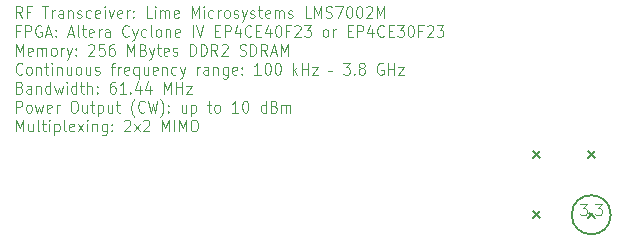
<source format=gto>
G04 #@! TF.FileFunction,Legend,Top*
%FSLAX46Y46*%
G04 Gerber Fmt 4.6, Leading zero omitted, Abs format (unit mm)*
G04 Created by KiCad (PCBNEW (2016-10-28 revision 192d4b8)-makepkg) date 11/04/16 19:07:24*
%MOMM*%
%LPD*%
G01*
G04 APERTURE LIST*
%ADD10C,0.150000*%
%ADD11C,0.170000*%
%ADD12C,0.100000*%
%ADD13C,0.700000*%
%ADD14C,1.350000*%
%ADD15C,3.000000*%
%ADD16C,1.000000*%
%ADD17C,1.200000*%
%ADD18C,0.600000*%
%ADD19C,0.254000*%
G04 APERTURE END LIST*
D10*
D11*
X57049244Y-26743620D02*
G75*
G03X57049244Y-26743620I-1650000J0D01*
G01*
D12*
X54467815Y-25796000D02*
X55024958Y-25796000D01*
X54724958Y-26176953D01*
X54853529Y-26176953D01*
X54939244Y-26224572D01*
X54982101Y-26272191D01*
X55024958Y-26367429D01*
X55024958Y-26605524D01*
X54982101Y-26700762D01*
X54939244Y-26748381D01*
X54853529Y-26796000D01*
X54596386Y-26796000D01*
X54510672Y-26748381D01*
X54467815Y-26700762D01*
X55410672Y-26700762D02*
X55453529Y-26748381D01*
X55410672Y-26796000D01*
X55367815Y-26748381D01*
X55410672Y-26700762D01*
X55410672Y-26796000D01*
X55753529Y-25796000D02*
X56310672Y-25796000D01*
X56010672Y-26176953D01*
X56139244Y-26176953D01*
X56224958Y-26224572D01*
X56267815Y-26272191D01*
X56310672Y-26367429D01*
X56310672Y-26605524D01*
X56267815Y-26700762D01*
X56224958Y-26748381D01*
X56139244Y-26796000D01*
X55882101Y-26796000D01*
X55796386Y-26748381D01*
X55753529Y-26700762D01*
D11*
X55249244Y-26593620D02*
X55699244Y-27043620D01*
X55549244Y-26593620D02*
X55099244Y-27043620D01*
X50449244Y-26443620D02*
X51049244Y-27043620D01*
X51049244Y-26443620D02*
X50449244Y-27043620D01*
X55699244Y-21343620D02*
X55099244Y-21943620D01*
X55099244Y-21343620D02*
X55699244Y-21943620D01*
X50449244Y-21343620D02*
X51049244Y-21943620D01*
X51049244Y-21343620D02*
X50449244Y-21943620D01*
D12*
X7212815Y-10086000D02*
X6912815Y-9609810D01*
X6698529Y-10086000D02*
X6698529Y-9086000D01*
X7041386Y-9086000D01*
X7127101Y-9133620D01*
X7169958Y-9181239D01*
X7212815Y-9276477D01*
X7212815Y-9419334D01*
X7169958Y-9514572D01*
X7127101Y-9562191D01*
X7041386Y-9609810D01*
X6698529Y-9609810D01*
X7898529Y-9562191D02*
X7598529Y-9562191D01*
X7598529Y-10086000D02*
X7598529Y-9086000D01*
X8027101Y-9086000D01*
X8927101Y-9086000D02*
X9441386Y-9086000D01*
X9184244Y-10086000D02*
X9184244Y-9086000D01*
X9741386Y-10086000D02*
X9741386Y-9419334D01*
X9741386Y-9609810D02*
X9784244Y-9514572D01*
X9827101Y-9466953D01*
X9912815Y-9419334D01*
X9998529Y-9419334D01*
X10684244Y-10086000D02*
X10684244Y-9562191D01*
X10641386Y-9466953D01*
X10555672Y-9419334D01*
X10384244Y-9419334D01*
X10298529Y-9466953D01*
X10684244Y-10038381D02*
X10598529Y-10086000D01*
X10384244Y-10086000D01*
X10298529Y-10038381D01*
X10255672Y-9943143D01*
X10255672Y-9847905D01*
X10298529Y-9752667D01*
X10384244Y-9705048D01*
X10598529Y-9705048D01*
X10684244Y-9657429D01*
X11112815Y-9419334D02*
X11112815Y-10086000D01*
X11112815Y-9514572D02*
X11155672Y-9466953D01*
X11241386Y-9419334D01*
X11369958Y-9419334D01*
X11455672Y-9466953D01*
X11498529Y-9562191D01*
X11498529Y-10086000D01*
X11884244Y-10038381D02*
X11969958Y-10086000D01*
X12141386Y-10086000D01*
X12227101Y-10038381D01*
X12269958Y-9943143D01*
X12269958Y-9895524D01*
X12227101Y-9800286D01*
X12141386Y-9752667D01*
X12012815Y-9752667D01*
X11927101Y-9705048D01*
X11884244Y-9609810D01*
X11884244Y-9562191D01*
X11927101Y-9466953D01*
X12012815Y-9419334D01*
X12141386Y-9419334D01*
X12227101Y-9466953D01*
X13041386Y-10038381D02*
X12955672Y-10086000D01*
X12784244Y-10086000D01*
X12698529Y-10038381D01*
X12655672Y-9990762D01*
X12612815Y-9895524D01*
X12612815Y-9609810D01*
X12655672Y-9514572D01*
X12698529Y-9466953D01*
X12784244Y-9419334D01*
X12955672Y-9419334D01*
X13041386Y-9466953D01*
X13769958Y-10038381D02*
X13684244Y-10086000D01*
X13512815Y-10086000D01*
X13427101Y-10038381D01*
X13384244Y-9943143D01*
X13384244Y-9562191D01*
X13427101Y-9466953D01*
X13512815Y-9419334D01*
X13684244Y-9419334D01*
X13769958Y-9466953D01*
X13812815Y-9562191D01*
X13812815Y-9657429D01*
X13384244Y-9752667D01*
X14198529Y-10086000D02*
X14198529Y-9419334D01*
X14198529Y-9086000D02*
X14155672Y-9133620D01*
X14198529Y-9181239D01*
X14241386Y-9133620D01*
X14198529Y-9086000D01*
X14198529Y-9181239D01*
X14541386Y-9419334D02*
X14755672Y-10086000D01*
X14969958Y-9419334D01*
X15655672Y-10038381D02*
X15569958Y-10086000D01*
X15398529Y-10086000D01*
X15312815Y-10038381D01*
X15269958Y-9943143D01*
X15269958Y-9562191D01*
X15312815Y-9466953D01*
X15398529Y-9419334D01*
X15569958Y-9419334D01*
X15655672Y-9466953D01*
X15698529Y-9562191D01*
X15698529Y-9657429D01*
X15269958Y-9752667D01*
X16084244Y-10086000D02*
X16084244Y-9419334D01*
X16084244Y-9609810D02*
X16127101Y-9514572D01*
X16169958Y-9466953D01*
X16255672Y-9419334D01*
X16341386Y-9419334D01*
X16641386Y-9990762D02*
X16684244Y-10038381D01*
X16641386Y-10086000D01*
X16598529Y-10038381D01*
X16641386Y-9990762D01*
X16641386Y-10086000D01*
X16641386Y-9466953D02*
X16684244Y-9514572D01*
X16641386Y-9562191D01*
X16598529Y-9514572D01*
X16641386Y-9466953D01*
X16641386Y-9562191D01*
X18184244Y-10086000D02*
X17755672Y-10086000D01*
X17755672Y-9086000D01*
X18484244Y-10086000D02*
X18484244Y-9419334D01*
X18484244Y-9086000D02*
X18441386Y-9133620D01*
X18484244Y-9181239D01*
X18527101Y-9133620D01*
X18484244Y-9086000D01*
X18484244Y-9181239D01*
X18912815Y-10086000D02*
X18912815Y-9419334D01*
X18912815Y-9514572D02*
X18955672Y-9466953D01*
X19041386Y-9419334D01*
X19169958Y-9419334D01*
X19255672Y-9466953D01*
X19298529Y-9562191D01*
X19298529Y-10086000D01*
X19298529Y-9562191D02*
X19341386Y-9466953D01*
X19427101Y-9419334D01*
X19555672Y-9419334D01*
X19641386Y-9466953D01*
X19684244Y-9562191D01*
X19684244Y-10086000D01*
X20455672Y-10038381D02*
X20369958Y-10086000D01*
X20198529Y-10086000D01*
X20112815Y-10038381D01*
X20069958Y-9943143D01*
X20069958Y-9562191D01*
X20112815Y-9466953D01*
X20198529Y-9419334D01*
X20369958Y-9419334D01*
X20455672Y-9466953D01*
X20498529Y-9562191D01*
X20498529Y-9657429D01*
X20069958Y-9752667D01*
X21569958Y-10086000D02*
X21569958Y-9086000D01*
X21869958Y-9800286D01*
X22169958Y-9086000D01*
X22169958Y-10086000D01*
X22598529Y-10086000D02*
X22598529Y-9419334D01*
X22598529Y-9086000D02*
X22555672Y-9133620D01*
X22598529Y-9181239D01*
X22641386Y-9133620D01*
X22598529Y-9086000D01*
X22598529Y-9181239D01*
X23412815Y-10038381D02*
X23327101Y-10086000D01*
X23155672Y-10086000D01*
X23069958Y-10038381D01*
X23027101Y-9990762D01*
X22984244Y-9895524D01*
X22984244Y-9609810D01*
X23027101Y-9514572D01*
X23069958Y-9466953D01*
X23155672Y-9419334D01*
X23327101Y-9419334D01*
X23412815Y-9466953D01*
X23798529Y-10086000D02*
X23798529Y-9419334D01*
X23798529Y-9609810D02*
X23841386Y-9514572D01*
X23884244Y-9466953D01*
X23969958Y-9419334D01*
X24055672Y-9419334D01*
X24484244Y-10086000D02*
X24398529Y-10038381D01*
X24355672Y-9990762D01*
X24312815Y-9895524D01*
X24312815Y-9609810D01*
X24355672Y-9514572D01*
X24398529Y-9466953D01*
X24484244Y-9419334D01*
X24612815Y-9419334D01*
X24698529Y-9466953D01*
X24741386Y-9514572D01*
X24784244Y-9609810D01*
X24784244Y-9895524D01*
X24741386Y-9990762D01*
X24698529Y-10038381D01*
X24612815Y-10086000D01*
X24484244Y-10086000D01*
X25127101Y-10038381D02*
X25212815Y-10086000D01*
X25384244Y-10086000D01*
X25469958Y-10038381D01*
X25512815Y-9943143D01*
X25512815Y-9895524D01*
X25469958Y-9800286D01*
X25384244Y-9752667D01*
X25255672Y-9752667D01*
X25169958Y-9705048D01*
X25127101Y-9609810D01*
X25127101Y-9562191D01*
X25169958Y-9466953D01*
X25255672Y-9419334D01*
X25384244Y-9419334D01*
X25469958Y-9466953D01*
X25812815Y-9419334D02*
X26027101Y-10086000D01*
X26241386Y-9419334D02*
X26027101Y-10086000D01*
X25941386Y-10324096D01*
X25898529Y-10371715D01*
X25812815Y-10419334D01*
X26541386Y-10038381D02*
X26627101Y-10086000D01*
X26798529Y-10086000D01*
X26884244Y-10038381D01*
X26927101Y-9943143D01*
X26927101Y-9895524D01*
X26884244Y-9800286D01*
X26798529Y-9752667D01*
X26669958Y-9752667D01*
X26584244Y-9705048D01*
X26541386Y-9609810D01*
X26541386Y-9562191D01*
X26584244Y-9466953D01*
X26669958Y-9419334D01*
X26798529Y-9419334D01*
X26884244Y-9466953D01*
X27184244Y-9419334D02*
X27527101Y-9419334D01*
X27312815Y-9086000D02*
X27312815Y-9943143D01*
X27355672Y-10038381D01*
X27441386Y-10086000D01*
X27527101Y-10086000D01*
X28169958Y-10038381D02*
X28084244Y-10086000D01*
X27912815Y-10086000D01*
X27827101Y-10038381D01*
X27784244Y-9943143D01*
X27784244Y-9562191D01*
X27827101Y-9466953D01*
X27912815Y-9419334D01*
X28084244Y-9419334D01*
X28169958Y-9466953D01*
X28212815Y-9562191D01*
X28212815Y-9657429D01*
X27784244Y-9752667D01*
X28598529Y-10086000D02*
X28598529Y-9419334D01*
X28598529Y-9514572D02*
X28641386Y-9466953D01*
X28727101Y-9419334D01*
X28855672Y-9419334D01*
X28941386Y-9466953D01*
X28984244Y-9562191D01*
X28984244Y-10086000D01*
X28984244Y-9562191D02*
X29027101Y-9466953D01*
X29112815Y-9419334D01*
X29241386Y-9419334D01*
X29327101Y-9466953D01*
X29369958Y-9562191D01*
X29369958Y-10086000D01*
X29755672Y-10038381D02*
X29841386Y-10086000D01*
X30012815Y-10086000D01*
X30098529Y-10038381D01*
X30141386Y-9943143D01*
X30141386Y-9895524D01*
X30098529Y-9800286D01*
X30012815Y-9752667D01*
X29884244Y-9752667D01*
X29798529Y-9705048D01*
X29755672Y-9609810D01*
X29755672Y-9562191D01*
X29798529Y-9466953D01*
X29884244Y-9419334D01*
X30012815Y-9419334D01*
X30098529Y-9466953D01*
X31641386Y-10086000D02*
X31212815Y-10086000D01*
X31212815Y-9086000D01*
X31941386Y-10086000D02*
X31941386Y-9086000D01*
X32241386Y-9800286D01*
X32541386Y-9086000D01*
X32541386Y-10086000D01*
X32927101Y-10038381D02*
X33055672Y-10086000D01*
X33269958Y-10086000D01*
X33355672Y-10038381D01*
X33398529Y-9990762D01*
X33441386Y-9895524D01*
X33441386Y-9800286D01*
X33398529Y-9705048D01*
X33355672Y-9657429D01*
X33269958Y-9609810D01*
X33098529Y-9562191D01*
X33012815Y-9514572D01*
X32969958Y-9466953D01*
X32927101Y-9371715D01*
X32927101Y-9276477D01*
X32969958Y-9181239D01*
X33012815Y-9133620D01*
X33098529Y-9086000D01*
X33312815Y-9086000D01*
X33441386Y-9133620D01*
X33741386Y-9086000D02*
X34341386Y-9086000D01*
X33955672Y-10086000D01*
X34855672Y-9086000D02*
X34941386Y-9086000D01*
X35027101Y-9133620D01*
X35069958Y-9181239D01*
X35112815Y-9276477D01*
X35155672Y-9466953D01*
X35155672Y-9705048D01*
X35112815Y-9895524D01*
X35069958Y-9990762D01*
X35027101Y-10038381D01*
X34941386Y-10086000D01*
X34855672Y-10086000D01*
X34769958Y-10038381D01*
X34727101Y-9990762D01*
X34684244Y-9895524D01*
X34641386Y-9705048D01*
X34641386Y-9466953D01*
X34684244Y-9276477D01*
X34727101Y-9181239D01*
X34769958Y-9133620D01*
X34855672Y-9086000D01*
X35712815Y-9086000D02*
X35798529Y-9086000D01*
X35884244Y-9133620D01*
X35927101Y-9181239D01*
X35969958Y-9276477D01*
X36012815Y-9466953D01*
X36012815Y-9705048D01*
X35969958Y-9895524D01*
X35927101Y-9990762D01*
X35884244Y-10038381D01*
X35798529Y-10086000D01*
X35712815Y-10086000D01*
X35627101Y-10038381D01*
X35584244Y-9990762D01*
X35541386Y-9895524D01*
X35498529Y-9705048D01*
X35498529Y-9466953D01*
X35541386Y-9276477D01*
X35584244Y-9181239D01*
X35627101Y-9133620D01*
X35712815Y-9086000D01*
X36355672Y-9181239D02*
X36398529Y-9133620D01*
X36484244Y-9086000D01*
X36698529Y-9086000D01*
X36784244Y-9133620D01*
X36827101Y-9181239D01*
X36869958Y-9276477D01*
X36869958Y-9371715D01*
X36827101Y-9514572D01*
X36312815Y-10086000D01*
X36869958Y-10086000D01*
X37255672Y-10086000D02*
X37255672Y-9086000D01*
X37555672Y-9800286D01*
X37855672Y-9086000D01*
X37855672Y-10086000D01*
X6998529Y-11162191D02*
X6698529Y-11162191D01*
X6698529Y-11686000D02*
X6698529Y-10686000D01*
X7127101Y-10686000D01*
X7469958Y-11686000D02*
X7469958Y-10686000D01*
X7812815Y-10686000D01*
X7898529Y-10733620D01*
X7941386Y-10781239D01*
X7984244Y-10876477D01*
X7984244Y-11019334D01*
X7941386Y-11114572D01*
X7898529Y-11162191D01*
X7812815Y-11209810D01*
X7469958Y-11209810D01*
X8841386Y-10733620D02*
X8755672Y-10686000D01*
X8627101Y-10686000D01*
X8498529Y-10733620D01*
X8412815Y-10828858D01*
X8369958Y-10924096D01*
X8327101Y-11114572D01*
X8327101Y-11257429D01*
X8369958Y-11447905D01*
X8412815Y-11543143D01*
X8498529Y-11638381D01*
X8627101Y-11686000D01*
X8712815Y-11686000D01*
X8841386Y-11638381D01*
X8884244Y-11590762D01*
X8884244Y-11257429D01*
X8712815Y-11257429D01*
X9227101Y-11400286D02*
X9655672Y-11400286D01*
X9141386Y-11686000D02*
X9441386Y-10686000D01*
X9741386Y-11686000D01*
X10041386Y-11590762D02*
X10084244Y-11638381D01*
X10041386Y-11686000D01*
X9998529Y-11638381D01*
X10041386Y-11590762D01*
X10041386Y-11686000D01*
X10041386Y-11066953D02*
X10084244Y-11114572D01*
X10041386Y-11162191D01*
X9998529Y-11114572D01*
X10041386Y-11066953D01*
X10041386Y-11162191D01*
X11112815Y-11400286D02*
X11541386Y-11400286D01*
X11027101Y-11686000D02*
X11327101Y-10686000D01*
X11627101Y-11686000D01*
X12055672Y-11686000D02*
X11969958Y-11638381D01*
X11927101Y-11543143D01*
X11927101Y-10686000D01*
X12269958Y-11019334D02*
X12612815Y-11019334D01*
X12398529Y-10686000D02*
X12398529Y-11543143D01*
X12441386Y-11638381D01*
X12527101Y-11686000D01*
X12612815Y-11686000D01*
X13255672Y-11638381D02*
X13169958Y-11686000D01*
X12998529Y-11686000D01*
X12912815Y-11638381D01*
X12869958Y-11543143D01*
X12869958Y-11162191D01*
X12912815Y-11066953D01*
X12998529Y-11019334D01*
X13169958Y-11019334D01*
X13255672Y-11066953D01*
X13298529Y-11162191D01*
X13298529Y-11257429D01*
X12869958Y-11352667D01*
X13684244Y-11686000D02*
X13684244Y-11019334D01*
X13684244Y-11209810D02*
X13727101Y-11114572D01*
X13769958Y-11066953D01*
X13855672Y-11019334D01*
X13941386Y-11019334D01*
X14627101Y-11686000D02*
X14627101Y-11162191D01*
X14584244Y-11066953D01*
X14498529Y-11019334D01*
X14327101Y-11019334D01*
X14241386Y-11066953D01*
X14627101Y-11638381D02*
X14541386Y-11686000D01*
X14327101Y-11686000D01*
X14241386Y-11638381D01*
X14198529Y-11543143D01*
X14198529Y-11447905D01*
X14241386Y-11352667D01*
X14327101Y-11305048D01*
X14541386Y-11305048D01*
X14627101Y-11257429D01*
X16255672Y-11590762D02*
X16212815Y-11638381D01*
X16084244Y-11686000D01*
X15998529Y-11686000D01*
X15869958Y-11638381D01*
X15784244Y-11543143D01*
X15741386Y-11447905D01*
X15698529Y-11257429D01*
X15698529Y-11114572D01*
X15741386Y-10924096D01*
X15784244Y-10828858D01*
X15869958Y-10733620D01*
X15998529Y-10686000D01*
X16084244Y-10686000D01*
X16212815Y-10733620D01*
X16255672Y-10781239D01*
X16555672Y-11019334D02*
X16769958Y-11686000D01*
X16984244Y-11019334D02*
X16769958Y-11686000D01*
X16684244Y-11924096D01*
X16641386Y-11971715D01*
X16555672Y-12019334D01*
X17712815Y-11638381D02*
X17627101Y-11686000D01*
X17455672Y-11686000D01*
X17369958Y-11638381D01*
X17327101Y-11590762D01*
X17284244Y-11495524D01*
X17284244Y-11209810D01*
X17327101Y-11114572D01*
X17369958Y-11066953D01*
X17455672Y-11019334D01*
X17627101Y-11019334D01*
X17712815Y-11066953D01*
X18227101Y-11686000D02*
X18141386Y-11638381D01*
X18098529Y-11543143D01*
X18098529Y-10686000D01*
X18698529Y-11686000D02*
X18612815Y-11638381D01*
X18569958Y-11590762D01*
X18527101Y-11495524D01*
X18527101Y-11209810D01*
X18569958Y-11114572D01*
X18612815Y-11066953D01*
X18698529Y-11019334D01*
X18827101Y-11019334D01*
X18912815Y-11066953D01*
X18955672Y-11114572D01*
X18998529Y-11209810D01*
X18998529Y-11495524D01*
X18955672Y-11590762D01*
X18912815Y-11638381D01*
X18827101Y-11686000D01*
X18698529Y-11686000D01*
X19384244Y-11019334D02*
X19384244Y-11686000D01*
X19384244Y-11114572D02*
X19427101Y-11066953D01*
X19512815Y-11019334D01*
X19641386Y-11019334D01*
X19727101Y-11066953D01*
X19769958Y-11162191D01*
X19769958Y-11686000D01*
X20541386Y-11638381D02*
X20455672Y-11686000D01*
X20284244Y-11686000D01*
X20198529Y-11638381D01*
X20155672Y-11543143D01*
X20155672Y-11162191D01*
X20198529Y-11066953D01*
X20284244Y-11019334D01*
X20455672Y-11019334D01*
X20541386Y-11066953D01*
X20584244Y-11162191D01*
X20584244Y-11257429D01*
X20155672Y-11352667D01*
X21655672Y-11686000D02*
X21655672Y-10686000D01*
X21955672Y-10686000D02*
X22255672Y-11686000D01*
X22555672Y-10686000D01*
X23541386Y-11162191D02*
X23841386Y-11162191D01*
X23969958Y-11686000D02*
X23541386Y-11686000D01*
X23541386Y-10686000D01*
X23969958Y-10686000D01*
X24355672Y-11686000D02*
X24355672Y-10686000D01*
X24698529Y-10686000D01*
X24784244Y-10733620D01*
X24827101Y-10781239D01*
X24869958Y-10876477D01*
X24869958Y-11019334D01*
X24827101Y-11114572D01*
X24784244Y-11162191D01*
X24698529Y-11209810D01*
X24355672Y-11209810D01*
X25641386Y-11019334D02*
X25641386Y-11686000D01*
X25427101Y-10638381D02*
X25212815Y-11352667D01*
X25769958Y-11352667D01*
X26627101Y-11590762D02*
X26584244Y-11638381D01*
X26455672Y-11686000D01*
X26369958Y-11686000D01*
X26241386Y-11638381D01*
X26155672Y-11543143D01*
X26112815Y-11447905D01*
X26069958Y-11257429D01*
X26069958Y-11114572D01*
X26112815Y-10924096D01*
X26155672Y-10828858D01*
X26241386Y-10733620D01*
X26369958Y-10686000D01*
X26455672Y-10686000D01*
X26584244Y-10733620D01*
X26627101Y-10781239D01*
X27012815Y-11162191D02*
X27312815Y-11162191D01*
X27441386Y-11686000D02*
X27012815Y-11686000D01*
X27012815Y-10686000D01*
X27441386Y-10686000D01*
X28212815Y-11019334D02*
X28212815Y-11686000D01*
X27998529Y-10638381D02*
X27784244Y-11352667D01*
X28341386Y-11352667D01*
X28855672Y-10686000D02*
X28941386Y-10686000D01*
X29027101Y-10733620D01*
X29069958Y-10781239D01*
X29112815Y-10876477D01*
X29155672Y-11066953D01*
X29155672Y-11305048D01*
X29112815Y-11495524D01*
X29069958Y-11590762D01*
X29027101Y-11638381D01*
X28941386Y-11686000D01*
X28855672Y-11686000D01*
X28769958Y-11638381D01*
X28727101Y-11590762D01*
X28684244Y-11495524D01*
X28641386Y-11305048D01*
X28641386Y-11066953D01*
X28684244Y-10876477D01*
X28727101Y-10781239D01*
X28769958Y-10733620D01*
X28855672Y-10686000D01*
X29841386Y-11162191D02*
X29541386Y-11162191D01*
X29541386Y-11686000D02*
X29541386Y-10686000D01*
X29969958Y-10686000D01*
X30269958Y-10781239D02*
X30312815Y-10733620D01*
X30398529Y-10686000D01*
X30612815Y-10686000D01*
X30698529Y-10733620D01*
X30741386Y-10781239D01*
X30784244Y-10876477D01*
X30784244Y-10971715D01*
X30741386Y-11114572D01*
X30227101Y-11686000D01*
X30784244Y-11686000D01*
X31084244Y-10686000D02*
X31641386Y-10686000D01*
X31341386Y-11066953D01*
X31469958Y-11066953D01*
X31555672Y-11114572D01*
X31598529Y-11162191D01*
X31641386Y-11257429D01*
X31641386Y-11495524D01*
X31598529Y-11590762D01*
X31555672Y-11638381D01*
X31469958Y-11686000D01*
X31212815Y-11686000D01*
X31127101Y-11638381D01*
X31084244Y-11590762D01*
X32841386Y-11686000D02*
X32755672Y-11638381D01*
X32712815Y-11590762D01*
X32669958Y-11495524D01*
X32669958Y-11209810D01*
X32712815Y-11114572D01*
X32755672Y-11066953D01*
X32841386Y-11019334D01*
X32969958Y-11019334D01*
X33055672Y-11066953D01*
X33098529Y-11114572D01*
X33141386Y-11209810D01*
X33141386Y-11495524D01*
X33098529Y-11590762D01*
X33055672Y-11638381D01*
X32969958Y-11686000D01*
X32841386Y-11686000D01*
X33527101Y-11686000D02*
X33527101Y-11019334D01*
X33527101Y-11209810D02*
X33569958Y-11114572D01*
X33612815Y-11066953D01*
X33698529Y-11019334D01*
X33784244Y-11019334D01*
X34769958Y-11162191D02*
X35069958Y-11162191D01*
X35198529Y-11686000D02*
X34769958Y-11686000D01*
X34769958Y-10686000D01*
X35198529Y-10686000D01*
X35584244Y-11686000D02*
X35584244Y-10686000D01*
X35927101Y-10686000D01*
X36012815Y-10733620D01*
X36055672Y-10781239D01*
X36098529Y-10876477D01*
X36098529Y-11019334D01*
X36055672Y-11114572D01*
X36012815Y-11162191D01*
X35927101Y-11209810D01*
X35584244Y-11209810D01*
X36869958Y-11019334D02*
X36869958Y-11686000D01*
X36655672Y-10638381D02*
X36441386Y-11352667D01*
X36998529Y-11352667D01*
X37855672Y-11590762D02*
X37812815Y-11638381D01*
X37684244Y-11686000D01*
X37598529Y-11686000D01*
X37469958Y-11638381D01*
X37384244Y-11543143D01*
X37341386Y-11447905D01*
X37298529Y-11257429D01*
X37298529Y-11114572D01*
X37341386Y-10924096D01*
X37384244Y-10828858D01*
X37469958Y-10733620D01*
X37598529Y-10686000D01*
X37684244Y-10686000D01*
X37812815Y-10733620D01*
X37855672Y-10781239D01*
X38241386Y-11162191D02*
X38541386Y-11162191D01*
X38669958Y-11686000D02*
X38241386Y-11686000D01*
X38241386Y-10686000D01*
X38669958Y-10686000D01*
X38969958Y-10686000D02*
X39527101Y-10686000D01*
X39227101Y-11066953D01*
X39355672Y-11066953D01*
X39441386Y-11114572D01*
X39484244Y-11162191D01*
X39527101Y-11257429D01*
X39527101Y-11495524D01*
X39484244Y-11590762D01*
X39441386Y-11638381D01*
X39355672Y-11686000D01*
X39098529Y-11686000D01*
X39012815Y-11638381D01*
X38969958Y-11590762D01*
X40084244Y-10686000D02*
X40169958Y-10686000D01*
X40255672Y-10733620D01*
X40298529Y-10781239D01*
X40341386Y-10876477D01*
X40384244Y-11066953D01*
X40384244Y-11305048D01*
X40341386Y-11495524D01*
X40298529Y-11590762D01*
X40255672Y-11638381D01*
X40169958Y-11686000D01*
X40084244Y-11686000D01*
X39998529Y-11638381D01*
X39955672Y-11590762D01*
X39912815Y-11495524D01*
X39869958Y-11305048D01*
X39869958Y-11066953D01*
X39912815Y-10876477D01*
X39955672Y-10781239D01*
X39998529Y-10733620D01*
X40084244Y-10686000D01*
X41069958Y-11162191D02*
X40769958Y-11162191D01*
X40769958Y-11686000D02*
X40769958Y-10686000D01*
X41198529Y-10686000D01*
X41498529Y-10781239D02*
X41541386Y-10733620D01*
X41627101Y-10686000D01*
X41841386Y-10686000D01*
X41927101Y-10733620D01*
X41969958Y-10781239D01*
X42012815Y-10876477D01*
X42012815Y-10971715D01*
X41969958Y-11114572D01*
X41455672Y-11686000D01*
X42012815Y-11686000D01*
X42312815Y-10686000D02*
X42869958Y-10686000D01*
X42569958Y-11066953D01*
X42698529Y-11066953D01*
X42784244Y-11114572D01*
X42827101Y-11162191D01*
X42869958Y-11257429D01*
X42869958Y-11495524D01*
X42827101Y-11590762D01*
X42784244Y-11638381D01*
X42698529Y-11686000D01*
X42441386Y-11686000D01*
X42355672Y-11638381D01*
X42312815Y-11590762D01*
X6698529Y-13286000D02*
X6698529Y-12286000D01*
X6998529Y-13000286D01*
X7298529Y-12286000D01*
X7298529Y-13286000D01*
X8069958Y-13238381D02*
X7984244Y-13286000D01*
X7812815Y-13286000D01*
X7727101Y-13238381D01*
X7684244Y-13143143D01*
X7684244Y-12762191D01*
X7727101Y-12666953D01*
X7812815Y-12619334D01*
X7984244Y-12619334D01*
X8069958Y-12666953D01*
X8112815Y-12762191D01*
X8112815Y-12857429D01*
X7684244Y-12952667D01*
X8498529Y-13286000D02*
X8498529Y-12619334D01*
X8498529Y-12714572D02*
X8541386Y-12666953D01*
X8627101Y-12619334D01*
X8755672Y-12619334D01*
X8841386Y-12666953D01*
X8884244Y-12762191D01*
X8884244Y-13286000D01*
X8884244Y-12762191D02*
X8927101Y-12666953D01*
X9012815Y-12619334D01*
X9141386Y-12619334D01*
X9227101Y-12666953D01*
X9269958Y-12762191D01*
X9269958Y-13286000D01*
X9827101Y-13286000D02*
X9741386Y-13238381D01*
X9698529Y-13190762D01*
X9655672Y-13095524D01*
X9655672Y-12809810D01*
X9698529Y-12714572D01*
X9741386Y-12666953D01*
X9827101Y-12619334D01*
X9955672Y-12619334D01*
X10041386Y-12666953D01*
X10084244Y-12714572D01*
X10127101Y-12809810D01*
X10127101Y-13095524D01*
X10084244Y-13190762D01*
X10041386Y-13238381D01*
X9955672Y-13286000D01*
X9827101Y-13286000D01*
X10512815Y-13286000D02*
X10512815Y-12619334D01*
X10512815Y-12809810D02*
X10555672Y-12714572D01*
X10598529Y-12666953D01*
X10684244Y-12619334D01*
X10769958Y-12619334D01*
X10984244Y-12619334D02*
X11198529Y-13286000D01*
X11412815Y-12619334D02*
X11198529Y-13286000D01*
X11112815Y-13524096D01*
X11069958Y-13571715D01*
X10984244Y-13619334D01*
X11755672Y-13190762D02*
X11798529Y-13238381D01*
X11755672Y-13286000D01*
X11712815Y-13238381D01*
X11755672Y-13190762D01*
X11755672Y-13286000D01*
X11755672Y-12666953D02*
X11798529Y-12714572D01*
X11755672Y-12762191D01*
X11712815Y-12714572D01*
X11755672Y-12666953D01*
X11755672Y-12762191D01*
X12827101Y-12381239D02*
X12869958Y-12333620D01*
X12955672Y-12286000D01*
X13169958Y-12286000D01*
X13255672Y-12333620D01*
X13298529Y-12381239D01*
X13341386Y-12476477D01*
X13341386Y-12571715D01*
X13298529Y-12714572D01*
X12784244Y-13286000D01*
X13341386Y-13286000D01*
X14155672Y-12286000D02*
X13727101Y-12286000D01*
X13684244Y-12762191D01*
X13727101Y-12714572D01*
X13812815Y-12666953D01*
X14027101Y-12666953D01*
X14112815Y-12714572D01*
X14155672Y-12762191D01*
X14198529Y-12857429D01*
X14198529Y-13095524D01*
X14155672Y-13190762D01*
X14112815Y-13238381D01*
X14027101Y-13286000D01*
X13812815Y-13286000D01*
X13727101Y-13238381D01*
X13684244Y-13190762D01*
X14969958Y-12286000D02*
X14798529Y-12286000D01*
X14712815Y-12333620D01*
X14669958Y-12381239D01*
X14584244Y-12524096D01*
X14541386Y-12714572D01*
X14541386Y-13095524D01*
X14584244Y-13190762D01*
X14627101Y-13238381D01*
X14712815Y-13286000D01*
X14884244Y-13286000D01*
X14969958Y-13238381D01*
X15012815Y-13190762D01*
X15055672Y-13095524D01*
X15055672Y-12857429D01*
X15012815Y-12762191D01*
X14969958Y-12714572D01*
X14884244Y-12666953D01*
X14712815Y-12666953D01*
X14627101Y-12714572D01*
X14584244Y-12762191D01*
X14541386Y-12857429D01*
X16127101Y-13286000D02*
X16127101Y-12286000D01*
X16427101Y-13000286D01*
X16727101Y-12286000D01*
X16727101Y-13286000D01*
X17455672Y-12762191D02*
X17584244Y-12809810D01*
X17627101Y-12857429D01*
X17669958Y-12952667D01*
X17669958Y-13095524D01*
X17627101Y-13190762D01*
X17584244Y-13238381D01*
X17498529Y-13286000D01*
X17155672Y-13286000D01*
X17155672Y-12286000D01*
X17455672Y-12286000D01*
X17541386Y-12333620D01*
X17584244Y-12381239D01*
X17627101Y-12476477D01*
X17627101Y-12571715D01*
X17584244Y-12666953D01*
X17541386Y-12714572D01*
X17455672Y-12762191D01*
X17155672Y-12762191D01*
X17969958Y-12619334D02*
X18184244Y-13286000D01*
X18398529Y-12619334D02*
X18184244Y-13286000D01*
X18098529Y-13524096D01*
X18055672Y-13571715D01*
X17969958Y-13619334D01*
X18612815Y-12619334D02*
X18955672Y-12619334D01*
X18741386Y-12286000D02*
X18741386Y-13143143D01*
X18784244Y-13238381D01*
X18869958Y-13286000D01*
X18955672Y-13286000D01*
X19598529Y-13238381D02*
X19512815Y-13286000D01*
X19341386Y-13286000D01*
X19255672Y-13238381D01*
X19212815Y-13143143D01*
X19212815Y-12762191D01*
X19255672Y-12666953D01*
X19341386Y-12619334D01*
X19512815Y-12619334D01*
X19598529Y-12666953D01*
X19641386Y-12762191D01*
X19641386Y-12857429D01*
X19212815Y-12952667D01*
X19984244Y-13238381D02*
X20069958Y-13286000D01*
X20241386Y-13286000D01*
X20327101Y-13238381D01*
X20369958Y-13143143D01*
X20369958Y-13095524D01*
X20327101Y-13000286D01*
X20241386Y-12952667D01*
X20112815Y-12952667D01*
X20027101Y-12905048D01*
X19984244Y-12809810D01*
X19984244Y-12762191D01*
X20027101Y-12666953D01*
X20112815Y-12619334D01*
X20241386Y-12619334D01*
X20327101Y-12666953D01*
X21441386Y-13286000D02*
X21441386Y-12286000D01*
X21655672Y-12286000D01*
X21784244Y-12333620D01*
X21869958Y-12428858D01*
X21912815Y-12524096D01*
X21955672Y-12714572D01*
X21955672Y-12857429D01*
X21912815Y-13047905D01*
X21869958Y-13143143D01*
X21784244Y-13238381D01*
X21655672Y-13286000D01*
X21441386Y-13286000D01*
X22341386Y-13286000D02*
X22341386Y-12286000D01*
X22555672Y-12286000D01*
X22684244Y-12333620D01*
X22769958Y-12428858D01*
X22812815Y-12524096D01*
X22855672Y-12714572D01*
X22855672Y-12857429D01*
X22812815Y-13047905D01*
X22769958Y-13143143D01*
X22684244Y-13238381D01*
X22555672Y-13286000D01*
X22341386Y-13286000D01*
X23755672Y-13286000D02*
X23455672Y-12809810D01*
X23241386Y-13286000D02*
X23241386Y-12286000D01*
X23584244Y-12286000D01*
X23669958Y-12333620D01*
X23712815Y-12381239D01*
X23755672Y-12476477D01*
X23755672Y-12619334D01*
X23712815Y-12714572D01*
X23669958Y-12762191D01*
X23584244Y-12809810D01*
X23241386Y-12809810D01*
X24098529Y-12381239D02*
X24141386Y-12333620D01*
X24227101Y-12286000D01*
X24441386Y-12286000D01*
X24527101Y-12333620D01*
X24569958Y-12381239D01*
X24612815Y-12476477D01*
X24612815Y-12571715D01*
X24569958Y-12714572D01*
X24055672Y-13286000D01*
X24612815Y-13286000D01*
X25641386Y-13238381D02*
X25769958Y-13286000D01*
X25984244Y-13286000D01*
X26069958Y-13238381D01*
X26112815Y-13190762D01*
X26155672Y-13095524D01*
X26155672Y-13000286D01*
X26112815Y-12905048D01*
X26069958Y-12857429D01*
X25984244Y-12809810D01*
X25812815Y-12762191D01*
X25727101Y-12714572D01*
X25684244Y-12666953D01*
X25641386Y-12571715D01*
X25641386Y-12476477D01*
X25684244Y-12381239D01*
X25727101Y-12333620D01*
X25812815Y-12286000D01*
X26027101Y-12286000D01*
X26155672Y-12333620D01*
X26541386Y-13286000D02*
X26541386Y-12286000D01*
X26755672Y-12286000D01*
X26884244Y-12333620D01*
X26969958Y-12428858D01*
X27012815Y-12524096D01*
X27055672Y-12714572D01*
X27055672Y-12857429D01*
X27012815Y-13047905D01*
X26969958Y-13143143D01*
X26884244Y-13238381D01*
X26755672Y-13286000D01*
X26541386Y-13286000D01*
X27955672Y-13286000D02*
X27655672Y-12809810D01*
X27441386Y-13286000D02*
X27441386Y-12286000D01*
X27784244Y-12286000D01*
X27869958Y-12333620D01*
X27912815Y-12381239D01*
X27955672Y-12476477D01*
X27955672Y-12619334D01*
X27912815Y-12714572D01*
X27869958Y-12762191D01*
X27784244Y-12809810D01*
X27441386Y-12809810D01*
X28298529Y-13000286D02*
X28727101Y-13000286D01*
X28212815Y-13286000D02*
X28512815Y-12286000D01*
X28812815Y-13286000D01*
X29112815Y-13286000D02*
X29112815Y-12286000D01*
X29412815Y-13000286D01*
X29712815Y-12286000D01*
X29712815Y-13286000D01*
X7212815Y-14790762D02*
X7169958Y-14838381D01*
X7041386Y-14886000D01*
X6955672Y-14886000D01*
X6827101Y-14838381D01*
X6741386Y-14743143D01*
X6698529Y-14647905D01*
X6655672Y-14457429D01*
X6655672Y-14314572D01*
X6698529Y-14124096D01*
X6741386Y-14028858D01*
X6827101Y-13933620D01*
X6955672Y-13886000D01*
X7041386Y-13886000D01*
X7169958Y-13933620D01*
X7212815Y-13981239D01*
X7727101Y-14886000D02*
X7641386Y-14838381D01*
X7598529Y-14790762D01*
X7555672Y-14695524D01*
X7555672Y-14409810D01*
X7598529Y-14314572D01*
X7641386Y-14266953D01*
X7727101Y-14219334D01*
X7855672Y-14219334D01*
X7941386Y-14266953D01*
X7984244Y-14314572D01*
X8027101Y-14409810D01*
X8027101Y-14695524D01*
X7984244Y-14790762D01*
X7941386Y-14838381D01*
X7855672Y-14886000D01*
X7727101Y-14886000D01*
X8412815Y-14219334D02*
X8412815Y-14886000D01*
X8412815Y-14314572D02*
X8455672Y-14266953D01*
X8541386Y-14219334D01*
X8669958Y-14219334D01*
X8755672Y-14266953D01*
X8798529Y-14362191D01*
X8798529Y-14886000D01*
X9098529Y-14219334D02*
X9441386Y-14219334D01*
X9227101Y-13886000D02*
X9227101Y-14743143D01*
X9269958Y-14838381D01*
X9355672Y-14886000D01*
X9441386Y-14886000D01*
X9741386Y-14886000D02*
X9741386Y-14219334D01*
X9741386Y-13886000D02*
X9698529Y-13933620D01*
X9741386Y-13981239D01*
X9784244Y-13933620D01*
X9741386Y-13886000D01*
X9741386Y-13981239D01*
X10169958Y-14219334D02*
X10169958Y-14886000D01*
X10169958Y-14314572D02*
X10212815Y-14266953D01*
X10298529Y-14219334D01*
X10427101Y-14219334D01*
X10512815Y-14266953D01*
X10555672Y-14362191D01*
X10555672Y-14886000D01*
X11369958Y-14219334D02*
X11369958Y-14886000D01*
X10984244Y-14219334D02*
X10984244Y-14743143D01*
X11027101Y-14838381D01*
X11112815Y-14886000D01*
X11241386Y-14886000D01*
X11327101Y-14838381D01*
X11369958Y-14790762D01*
X11927101Y-14886000D02*
X11841386Y-14838381D01*
X11798529Y-14790762D01*
X11755672Y-14695524D01*
X11755672Y-14409810D01*
X11798529Y-14314572D01*
X11841386Y-14266953D01*
X11927101Y-14219334D01*
X12055672Y-14219334D01*
X12141386Y-14266953D01*
X12184244Y-14314572D01*
X12227101Y-14409810D01*
X12227101Y-14695524D01*
X12184244Y-14790762D01*
X12141386Y-14838381D01*
X12055672Y-14886000D01*
X11927101Y-14886000D01*
X12998529Y-14219334D02*
X12998529Y-14886000D01*
X12612815Y-14219334D02*
X12612815Y-14743143D01*
X12655672Y-14838381D01*
X12741386Y-14886000D01*
X12869958Y-14886000D01*
X12955672Y-14838381D01*
X12998529Y-14790762D01*
X13384244Y-14838381D02*
X13469958Y-14886000D01*
X13641386Y-14886000D01*
X13727101Y-14838381D01*
X13769958Y-14743143D01*
X13769958Y-14695524D01*
X13727101Y-14600286D01*
X13641386Y-14552667D01*
X13512815Y-14552667D01*
X13427101Y-14505048D01*
X13384244Y-14409810D01*
X13384244Y-14362191D01*
X13427101Y-14266953D01*
X13512815Y-14219334D01*
X13641386Y-14219334D01*
X13727101Y-14266953D01*
X14712815Y-14219334D02*
X15055672Y-14219334D01*
X14841386Y-14886000D02*
X14841386Y-14028858D01*
X14884244Y-13933620D01*
X14969958Y-13886000D01*
X15055672Y-13886000D01*
X15355672Y-14886000D02*
X15355672Y-14219334D01*
X15355672Y-14409810D02*
X15398529Y-14314572D01*
X15441386Y-14266953D01*
X15527101Y-14219334D01*
X15612815Y-14219334D01*
X16255672Y-14838381D02*
X16169958Y-14886000D01*
X15998529Y-14886000D01*
X15912815Y-14838381D01*
X15869958Y-14743143D01*
X15869958Y-14362191D01*
X15912815Y-14266953D01*
X15998529Y-14219334D01*
X16169958Y-14219334D01*
X16255672Y-14266953D01*
X16298529Y-14362191D01*
X16298529Y-14457429D01*
X15869958Y-14552667D01*
X17069958Y-14219334D02*
X17069958Y-15219334D01*
X17069958Y-14838381D02*
X16984244Y-14886000D01*
X16812815Y-14886000D01*
X16727101Y-14838381D01*
X16684244Y-14790762D01*
X16641386Y-14695524D01*
X16641386Y-14409810D01*
X16684244Y-14314572D01*
X16727101Y-14266953D01*
X16812815Y-14219334D01*
X16984244Y-14219334D01*
X17069958Y-14266953D01*
X17884244Y-14219334D02*
X17884244Y-14886000D01*
X17498529Y-14219334D02*
X17498529Y-14743143D01*
X17541386Y-14838381D01*
X17627101Y-14886000D01*
X17755672Y-14886000D01*
X17841386Y-14838381D01*
X17884244Y-14790762D01*
X18655672Y-14838381D02*
X18569958Y-14886000D01*
X18398529Y-14886000D01*
X18312815Y-14838381D01*
X18269958Y-14743143D01*
X18269958Y-14362191D01*
X18312815Y-14266953D01*
X18398529Y-14219334D01*
X18569958Y-14219334D01*
X18655672Y-14266953D01*
X18698529Y-14362191D01*
X18698529Y-14457429D01*
X18269958Y-14552667D01*
X19084244Y-14219334D02*
X19084244Y-14886000D01*
X19084244Y-14314572D02*
X19127101Y-14266953D01*
X19212815Y-14219334D01*
X19341386Y-14219334D01*
X19427101Y-14266953D01*
X19469958Y-14362191D01*
X19469958Y-14886000D01*
X20284244Y-14838381D02*
X20198529Y-14886000D01*
X20027101Y-14886000D01*
X19941386Y-14838381D01*
X19898529Y-14790762D01*
X19855672Y-14695524D01*
X19855672Y-14409810D01*
X19898529Y-14314572D01*
X19941386Y-14266953D01*
X20027101Y-14219334D01*
X20198529Y-14219334D01*
X20284244Y-14266953D01*
X20584244Y-14219334D02*
X20798529Y-14886000D01*
X21012815Y-14219334D02*
X20798529Y-14886000D01*
X20712815Y-15124096D01*
X20669958Y-15171715D01*
X20584244Y-15219334D01*
X22041386Y-14886000D02*
X22041386Y-14219334D01*
X22041386Y-14409810D02*
X22084244Y-14314572D01*
X22127101Y-14266953D01*
X22212815Y-14219334D01*
X22298529Y-14219334D01*
X22984244Y-14886000D02*
X22984244Y-14362191D01*
X22941386Y-14266953D01*
X22855672Y-14219334D01*
X22684244Y-14219334D01*
X22598529Y-14266953D01*
X22984244Y-14838381D02*
X22898529Y-14886000D01*
X22684244Y-14886000D01*
X22598529Y-14838381D01*
X22555672Y-14743143D01*
X22555672Y-14647905D01*
X22598529Y-14552667D01*
X22684244Y-14505048D01*
X22898529Y-14505048D01*
X22984244Y-14457429D01*
X23412815Y-14219334D02*
X23412815Y-14886000D01*
X23412815Y-14314572D02*
X23455672Y-14266953D01*
X23541386Y-14219334D01*
X23669958Y-14219334D01*
X23755672Y-14266953D01*
X23798529Y-14362191D01*
X23798529Y-14886000D01*
X24612815Y-14219334D02*
X24612815Y-15028858D01*
X24569958Y-15124096D01*
X24527101Y-15171715D01*
X24441386Y-15219334D01*
X24312815Y-15219334D01*
X24227101Y-15171715D01*
X24612815Y-14838381D02*
X24527101Y-14886000D01*
X24355672Y-14886000D01*
X24269958Y-14838381D01*
X24227101Y-14790762D01*
X24184244Y-14695524D01*
X24184244Y-14409810D01*
X24227101Y-14314572D01*
X24269958Y-14266953D01*
X24355672Y-14219334D01*
X24527101Y-14219334D01*
X24612815Y-14266953D01*
X25384244Y-14838381D02*
X25298529Y-14886000D01*
X25127101Y-14886000D01*
X25041386Y-14838381D01*
X24998529Y-14743143D01*
X24998529Y-14362191D01*
X25041386Y-14266953D01*
X25127101Y-14219334D01*
X25298529Y-14219334D01*
X25384244Y-14266953D01*
X25427101Y-14362191D01*
X25427101Y-14457429D01*
X24998529Y-14552667D01*
X25812815Y-14790762D02*
X25855672Y-14838381D01*
X25812815Y-14886000D01*
X25769958Y-14838381D01*
X25812815Y-14790762D01*
X25812815Y-14886000D01*
X25812815Y-14266953D02*
X25855672Y-14314572D01*
X25812815Y-14362191D01*
X25769958Y-14314572D01*
X25812815Y-14266953D01*
X25812815Y-14362191D01*
X27398529Y-14886000D02*
X26884244Y-14886000D01*
X27141386Y-14886000D02*
X27141386Y-13886000D01*
X27055672Y-14028858D01*
X26969958Y-14124096D01*
X26884244Y-14171715D01*
X27955672Y-13886000D02*
X28041386Y-13886000D01*
X28127101Y-13933620D01*
X28169958Y-13981239D01*
X28212815Y-14076477D01*
X28255672Y-14266953D01*
X28255672Y-14505048D01*
X28212815Y-14695524D01*
X28169958Y-14790762D01*
X28127101Y-14838381D01*
X28041386Y-14886000D01*
X27955672Y-14886000D01*
X27869958Y-14838381D01*
X27827101Y-14790762D01*
X27784244Y-14695524D01*
X27741386Y-14505048D01*
X27741386Y-14266953D01*
X27784244Y-14076477D01*
X27827101Y-13981239D01*
X27869958Y-13933620D01*
X27955672Y-13886000D01*
X28812815Y-13886000D02*
X28898529Y-13886000D01*
X28984244Y-13933620D01*
X29027101Y-13981239D01*
X29069958Y-14076477D01*
X29112815Y-14266953D01*
X29112815Y-14505048D01*
X29069958Y-14695524D01*
X29027101Y-14790762D01*
X28984244Y-14838381D01*
X28898529Y-14886000D01*
X28812815Y-14886000D01*
X28727101Y-14838381D01*
X28684244Y-14790762D01*
X28641386Y-14695524D01*
X28598529Y-14505048D01*
X28598529Y-14266953D01*
X28641386Y-14076477D01*
X28684244Y-13981239D01*
X28727101Y-13933620D01*
X28812815Y-13886000D01*
X30184244Y-14886000D02*
X30184244Y-13886000D01*
X30269958Y-14505048D02*
X30527101Y-14886000D01*
X30527101Y-14219334D02*
X30184244Y-14600286D01*
X30912815Y-14886000D02*
X30912815Y-13886000D01*
X30912815Y-14362191D02*
X31427101Y-14362191D01*
X31427101Y-14886000D02*
X31427101Y-13886000D01*
X31769958Y-14219334D02*
X32241386Y-14219334D01*
X31769958Y-14886000D01*
X32241386Y-14886000D01*
X33484244Y-14552667D02*
X33141386Y-14552667D01*
X34384244Y-13886000D02*
X34941386Y-13886000D01*
X34641386Y-14266953D01*
X34769958Y-14266953D01*
X34855672Y-14314572D01*
X34898529Y-14362191D01*
X34941386Y-14457429D01*
X34941386Y-14695524D01*
X34898529Y-14790762D01*
X34855672Y-14838381D01*
X34769958Y-14886000D01*
X34512815Y-14886000D01*
X34427101Y-14838381D01*
X34384244Y-14790762D01*
X35327101Y-14790762D02*
X35369958Y-14838381D01*
X35327101Y-14886000D01*
X35284244Y-14838381D01*
X35327101Y-14790762D01*
X35327101Y-14886000D01*
X35884244Y-14314572D02*
X35798529Y-14266953D01*
X35755672Y-14219334D01*
X35712815Y-14124096D01*
X35712815Y-14076477D01*
X35755672Y-13981239D01*
X35798529Y-13933620D01*
X35884244Y-13886000D01*
X36055672Y-13886000D01*
X36141386Y-13933620D01*
X36184244Y-13981239D01*
X36227101Y-14076477D01*
X36227101Y-14124096D01*
X36184244Y-14219334D01*
X36141386Y-14266953D01*
X36055672Y-14314572D01*
X35884244Y-14314572D01*
X35798529Y-14362191D01*
X35755672Y-14409810D01*
X35712815Y-14505048D01*
X35712815Y-14695524D01*
X35755672Y-14790762D01*
X35798529Y-14838381D01*
X35884244Y-14886000D01*
X36055672Y-14886000D01*
X36141386Y-14838381D01*
X36184244Y-14790762D01*
X36227101Y-14695524D01*
X36227101Y-14505048D01*
X36184244Y-14409810D01*
X36141386Y-14362191D01*
X36055672Y-14314572D01*
X37769958Y-13933620D02*
X37684244Y-13886000D01*
X37555672Y-13886000D01*
X37427101Y-13933620D01*
X37341386Y-14028858D01*
X37298529Y-14124096D01*
X37255672Y-14314572D01*
X37255672Y-14457429D01*
X37298529Y-14647905D01*
X37341386Y-14743143D01*
X37427101Y-14838381D01*
X37555672Y-14886000D01*
X37641386Y-14886000D01*
X37769958Y-14838381D01*
X37812815Y-14790762D01*
X37812815Y-14457429D01*
X37641386Y-14457429D01*
X38198529Y-14886000D02*
X38198529Y-13886000D01*
X38198529Y-14362191D02*
X38712815Y-14362191D01*
X38712815Y-14886000D02*
X38712815Y-13886000D01*
X39055672Y-14219334D02*
X39527101Y-14219334D01*
X39055672Y-14886000D01*
X39527101Y-14886000D01*
X6998529Y-15962191D02*
X7127101Y-16009810D01*
X7169958Y-16057429D01*
X7212815Y-16152667D01*
X7212815Y-16295524D01*
X7169958Y-16390762D01*
X7127101Y-16438381D01*
X7041386Y-16486000D01*
X6698529Y-16486000D01*
X6698529Y-15486000D01*
X6998529Y-15486000D01*
X7084244Y-15533620D01*
X7127101Y-15581239D01*
X7169958Y-15676477D01*
X7169958Y-15771715D01*
X7127101Y-15866953D01*
X7084244Y-15914572D01*
X6998529Y-15962191D01*
X6698529Y-15962191D01*
X7984244Y-16486000D02*
X7984244Y-15962191D01*
X7941386Y-15866953D01*
X7855672Y-15819334D01*
X7684244Y-15819334D01*
X7598529Y-15866953D01*
X7984244Y-16438381D02*
X7898529Y-16486000D01*
X7684244Y-16486000D01*
X7598529Y-16438381D01*
X7555672Y-16343143D01*
X7555672Y-16247905D01*
X7598529Y-16152667D01*
X7684244Y-16105048D01*
X7898529Y-16105048D01*
X7984244Y-16057429D01*
X8412815Y-15819334D02*
X8412815Y-16486000D01*
X8412815Y-15914572D02*
X8455672Y-15866953D01*
X8541386Y-15819334D01*
X8669958Y-15819334D01*
X8755672Y-15866953D01*
X8798529Y-15962191D01*
X8798529Y-16486000D01*
X9612815Y-16486000D02*
X9612815Y-15486000D01*
X9612815Y-16438381D02*
X9527101Y-16486000D01*
X9355672Y-16486000D01*
X9269958Y-16438381D01*
X9227101Y-16390762D01*
X9184244Y-16295524D01*
X9184244Y-16009810D01*
X9227101Y-15914572D01*
X9269958Y-15866953D01*
X9355672Y-15819334D01*
X9527101Y-15819334D01*
X9612815Y-15866953D01*
X9955672Y-15819334D02*
X10127101Y-16486000D01*
X10298529Y-16009810D01*
X10469958Y-16486000D01*
X10641386Y-15819334D01*
X10984244Y-16486000D02*
X10984244Y-15819334D01*
X10984244Y-15486000D02*
X10941386Y-15533620D01*
X10984244Y-15581239D01*
X11027101Y-15533620D01*
X10984244Y-15486000D01*
X10984244Y-15581239D01*
X11798529Y-16486000D02*
X11798529Y-15486000D01*
X11798529Y-16438381D02*
X11712815Y-16486000D01*
X11541386Y-16486000D01*
X11455672Y-16438381D01*
X11412815Y-16390762D01*
X11369958Y-16295524D01*
X11369958Y-16009810D01*
X11412815Y-15914572D01*
X11455672Y-15866953D01*
X11541386Y-15819334D01*
X11712815Y-15819334D01*
X11798529Y-15866953D01*
X12098529Y-15819334D02*
X12441386Y-15819334D01*
X12227101Y-15486000D02*
X12227101Y-16343143D01*
X12269958Y-16438381D01*
X12355672Y-16486000D01*
X12441386Y-16486000D01*
X12741386Y-16486000D02*
X12741386Y-15486000D01*
X13127101Y-16486000D02*
X13127101Y-15962191D01*
X13084244Y-15866953D01*
X12998529Y-15819334D01*
X12869958Y-15819334D01*
X12784244Y-15866953D01*
X12741386Y-15914572D01*
X13555672Y-16390762D02*
X13598529Y-16438381D01*
X13555672Y-16486000D01*
X13512815Y-16438381D01*
X13555672Y-16390762D01*
X13555672Y-16486000D01*
X13555672Y-15866953D02*
X13598529Y-15914572D01*
X13555672Y-15962191D01*
X13512815Y-15914572D01*
X13555672Y-15866953D01*
X13555672Y-15962191D01*
X15055672Y-15486000D02*
X14884244Y-15486000D01*
X14798529Y-15533620D01*
X14755672Y-15581239D01*
X14669958Y-15724096D01*
X14627101Y-15914572D01*
X14627101Y-16295524D01*
X14669958Y-16390762D01*
X14712815Y-16438381D01*
X14798529Y-16486000D01*
X14969958Y-16486000D01*
X15055672Y-16438381D01*
X15098529Y-16390762D01*
X15141386Y-16295524D01*
X15141386Y-16057429D01*
X15098529Y-15962191D01*
X15055672Y-15914572D01*
X14969958Y-15866953D01*
X14798529Y-15866953D01*
X14712815Y-15914572D01*
X14669958Y-15962191D01*
X14627101Y-16057429D01*
X15998529Y-16486000D02*
X15484244Y-16486000D01*
X15741386Y-16486000D02*
X15741386Y-15486000D01*
X15655672Y-15628858D01*
X15569958Y-15724096D01*
X15484244Y-15771715D01*
X16384244Y-16390762D02*
X16427101Y-16438381D01*
X16384244Y-16486000D01*
X16341386Y-16438381D01*
X16384244Y-16390762D01*
X16384244Y-16486000D01*
X17198529Y-15819334D02*
X17198529Y-16486000D01*
X16984244Y-15438381D02*
X16769958Y-16152667D01*
X17327101Y-16152667D01*
X18055672Y-15819334D02*
X18055672Y-16486000D01*
X17841386Y-15438381D02*
X17627101Y-16152667D01*
X18184244Y-16152667D01*
X19212815Y-16486000D02*
X19212815Y-15486000D01*
X19512815Y-16200286D01*
X19812815Y-15486000D01*
X19812815Y-16486000D01*
X20241386Y-16486000D02*
X20241386Y-15486000D01*
X20241386Y-15962191D02*
X20755672Y-15962191D01*
X20755672Y-16486000D02*
X20755672Y-15486000D01*
X21098529Y-15819334D02*
X21569958Y-15819334D01*
X21098529Y-16486000D01*
X21569958Y-16486000D01*
X6698529Y-18086000D02*
X6698529Y-17086000D01*
X7041386Y-17086000D01*
X7127101Y-17133620D01*
X7169958Y-17181239D01*
X7212815Y-17276477D01*
X7212815Y-17419334D01*
X7169958Y-17514572D01*
X7127101Y-17562191D01*
X7041386Y-17609810D01*
X6698529Y-17609810D01*
X7727101Y-18086000D02*
X7641386Y-18038381D01*
X7598529Y-17990762D01*
X7555672Y-17895524D01*
X7555672Y-17609810D01*
X7598529Y-17514572D01*
X7641386Y-17466953D01*
X7727101Y-17419334D01*
X7855672Y-17419334D01*
X7941386Y-17466953D01*
X7984244Y-17514572D01*
X8027101Y-17609810D01*
X8027101Y-17895524D01*
X7984244Y-17990762D01*
X7941386Y-18038381D01*
X7855672Y-18086000D01*
X7727101Y-18086000D01*
X8327101Y-17419334D02*
X8498529Y-18086000D01*
X8669958Y-17609810D01*
X8841386Y-18086000D01*
X9012815Y-17419334D01*
X9698529Y-18038381D02*
X9612815Y-18086000D01*
X9441386Y-18086000D01*
X9355672Y-18038381D01*
X9312815Y-17943143D01*
X9312815Y-17562191D01*
X9355672Y-17466953D01*
X9441386Y-17419334D01*
X9612815Y-17419334D01*
X9698529Y-17466953D01*
X9741386Y-17562191D01*
X9741386Y-17657429D01*
X9312815Y-17752667D01*
X10127101Y-18086000D02*
X10127101Y-17419334D01*
X10127101Y-17609810D02*
X10169958Y-17514572D01*
X10212815Y-17466953D01*
X10298529Y-17419334D01*
X10384244Y-17419334D01*
X11541386Y-17086000D02*
X11712815Y-17086000D01*
X11798529Y-17133620D01*
X11884244Y-17228858D01*
X11927101Y-17419334D01*
X11927101Y-17752667D01*
X11884244Y-17943143D01*
X11798529Y-18038381D01*
X11712815Y-18086000D01*
X11541386Y-18086000D01*
X11455672Y-18038381D01*
X11369958Y-17943143D01*
X11327101Y-17752667D01*
X11327101Y-17419334D01*
X11369958Y-17228858D01*
X11455672Y-17133620D01*
X11541386Y-17086000D01*
X12698529Y-17419334D02*
X12698529Y-18086000D01*
X12312815Y-17419334D02*
X12312815Y-17943143D01*
X12355672Y-18038381D01*
X12441386Y-18086000D01*
X12569958Y-18086000D01*
X12655672Y-18038381D01*
X12698529Y-17990762D01*
X12998529Y-17419334D02*
X13341386Y-17419334D01*
X13127101Y-17086000D02*
X13127101Y-17943143D01*
X13169958Y-18038381D01*
X13255672Y-18086000D01*
X13341386Y-18086000D01*
X13641386Y-17419334D02*
X13641386Y-18419334D01*
X13641386Y-17466953D02*
X13727101Y-17419334D01*
X13898529Y-17419334D01*
X13984244Y-17466953D01*
X14027101Y-17514572D01*
X14069958Y-17609810D01*
X14069958Y-17895524D01*
X14027101Y-17990762D01*
X13984244Y-18038381D01*
X13898529Y-18086000D01*
X13727101Y-18086000D01*
X13641386Y-18038381D01*
X14841386Y-17419334D02*
X14841386Y-18086000D01*
X14455672Y-17419334D02*
X14455672Y-17943143D01*
X14498529Y-18038381D01*
X14584244Y-18086000D01*
X14712815Y-18086000D01*
X14798529Y-18038381D01*
X14841386Y-17990762D01*
X15141386Y-17419334D02*
X15484244Y-17419334D01*
X15269958Y-17086000D02*
X15269958Y-17943143D01*
X15312815Y-18038381D01*
X15398529Y-18086000D01*
X15484244Y-18086000D01*
X16727101Y-18466953D02*
X16684244Y-18419334D01*
X16598529Y-18276477D01*
X16555672Y-18181239D01*
X16512815Y-18038381D01*
X16469958Y-17800286D01*
X16469958Y-17609810D01*
X16512815Y-17371715D01*
X16555672Y-17228858D01*
X16598529Y-17133620D01*
X16684244Y-16990762D01*
X16727101Y-16943143D01*
X17584244Y-17990762D02*
X17541386Y-18038381D01*
X17412815Y-18086000D01*
X17327101Y-18086000D01*
X17198529Y-18038381D01*
X17112815Y-17943143D01*
X17069958Y-17847905D01*
X17027101Y-17657429D01*
X17027101Y-17514572D01*
X17069958Y-17324096D01*
X17112815Y-17228858D01*
X17198529Y-17133620D01*
X17327101Y-17086000D01*
X17412815Y-17086000D01*
X17541386Y-17133620D01*
X17584244Y-17181239D01*
X17884244Y-17086000D02*
X18098529Y-18086000D01*
X18269958Y-17371715D01*
X18441386Y-18086000D01*
X18655672Y-17086000D01*
X18912815Y-18466953D02*
X18955672Y-18419334D01*
X19041386Y-18276477D01*
X19084244Y-18181239D01*
X19127101Y-18038381D01*
X19169958Y-17800286D01*
X19169958Y-17609810D01*
X19127101Y-17371715D01*
X19084244Y-17228858D01*
X19041386Y-17133620D01*
X18955672Y-16990762D01*
X18912815Y-16943143D01*
X19598529Y-17990762D02*
X19641386Y-18038381D01*
X19598529Y-18086000D01*
X19555672Y-18038381D01*
X19598529Y-17990762D01*
X19598529Y-18086000D01*
X19598529Y-17466953D02*
X19641386Y-17514572D01*
X19598529Y-17562191D01*
X19555672Y-17514572D01*
X19598529Y-17466953D01*
X19598529Y-17562191D01*
X21098529Y-17419334D02*
X21098529Y-18086000D01*
X20712815Y-17419334D02*
X20712815Y-17943143D01*
X20755672Y-18038381D01*
X20841386Y-18086000D01*
X20969958Y-18086000D01*
X21055672Y-18038381D01*
X21098529Y-17990762D01*
X21527101Y-17419334D02*
X21527101Y-18419334D01*
X21527101Y-17466953D02*
X21612815Y-17419334D01*
X21784244Y-17419334D01*
X21869958Y-17466953D01*
X21912815Y-17514572D01*
X21955672Y-17609810D01*
X21955672Y-17895524D01*
X21912815Y-17990762D01*
X21869958Y-18038381D01*
X21784244Y-18086000D01*
X21612815Y-18086000D01*
X21527101Y-18038381D01*
X22898529Y-17419334D02*
X23241386Y-17419334D01*
X23027101Y-17086000D02*
X23027101Y-17943143D01*
X23069958Y-18038381D01*
X23155672Y-18086000D01*
X23241386Y-18086000D01*
X23669958Y-18086000D02*
X23584244Y-18038381D01*
X23541386Y-17990762D01*
X23498529Y-17895524D01*
X23498529Y-17609810D01*
X23541386Y-17514572D01*
X23584244Y-17466953D01*
X23669958Y-17419334D01*
X23798529Y-17419334D01*
X23884244Y-17466953D01*
X23927101Y-17514572D01*
X23969958Y-17609810D01*
X23969958Y-17895524D01*
X23927101Y-17990762D01*
X23884244Y-18038381D01*
X23798529Y-18086000D01*
X23669958Y-18086000D01*
X25512815Y-18086000D02*
X24998529Y-18086000D01*
X25255672Y-18086000D02*
X25255672Y-17086000D01*
X25169958Y-17228858D01*
X25084244Y-17324096D01*
X24998529Y-17371715D01*
X26069958Y-17086000D02*
X26155672Y-17086000D01*
X26241386Y-17133620D01*
X26284244Y-17181239D01*
X26327101Y-17276477D01*
X26369958Y-17466953D01*
X26369958Y-17705048D01*
X26327101Y-17895524D01*
X26284244Y-17990762D01*
X26241386Y-18038381D01*
X26155672Y-18086000D01*
X26069958Y-18086000D01*
X25984244Y-18038381D01*
X25941386Y-17990762D01*
X25898529Y-17895524D01*
X25855672Y-17705048D01*
X25855672Y-17466953D01*
X25898529Y-17276477D01*
X25941386Y-17181239D01*
X25984244Y-17133620D01*
X26069958Y-17086000D01*
X27827101Y-18086000D02*
X27827101Y-17086000D01*
X27827101Y-18038381D02*
X27741386Y-18086000D01*
X27569958Y-18086000D01*
X27484244Y-18038381D01*
X27441386Y-17990762D01*
X27398529Y-17895524D01*
X27398529Y-17609810D01*
X27441386Y-17514572D01*
X27484244Y-17466953D01*
X27569958Y-17419334D01*
X27741386Y-17419334D01*
X27827101Y-17466953D01*
X28555672Y-17562191D02*
X28684244Y-17609810D01*
X28727101Y-17657429D01*
X28769958Y-17752667D01*
X28769958Y-17895524D01*
X28727101Y-17990762D01*
X28684244Y-18038381D01*
X28598529Y-18086000D01*
X28255672Y-18086000D01*
X28255672Y-17086000D01*
X28555672Y-17086000D01*
X28641386Y-17133620D01*
X28684244Y-17181239D01*
X28727101Y-17276477D01*
X28727101Y-17371715D01*
X28684244Y-17466953D01*
X28641386Y-17514572D01*
X28555672Y-17562191D01*
X28255672Y-17562191D01*
X29155672Y-18086000D02*
X29155672Y-17419334D01*
X29155672Y-17514572D02*
X29198529Y-17466953D01*
X29284244Y-17419334D01*
X29412815Y-17419334D01*
X29498529Y-17466953D01*
X29541386Y-17562191D01*
X29541386Y-18086000D01*
X29541386Y-17562191D02*
X29584244Y-17466953D01*
X29669958Y-17419334D01*
X29798529Y-17419334D01*
X29884244Y-17466953D01*
X29927101Y-17562191D01*
X29927101Y-18086000D01*
X6698529Y-19686000D02*
X6698529Y-18686000D01*
X6998529Y-19400286D01*
X7298529Y-18686000D01*
X7298529Y-19686000D01*
X8112815Y-19019334D02*
X8112815Y-19686000D01*
X7727101Y-19019334D02*
X7727101Y-19543143D01*
X7769958Y-19638381D01*
X7855672Y-19686000D01*
X7984244Y-19686000D01*
X8069958Y-19638381D01*
X8112815Y-19590762D01*
X8669958Y-19686000D02*
X8584244Y-19638381D01*
X8541386Y-19543143D01*
X8541386Y-18686000D01*
X8884244Y-19019334D02*
X9227101Y-19019334D01*
X9012815Y-18686000D02*
X9012815Y-19543143D01*
X9055672Y-19638381D01*
X9141386Y-19686000D01*
X9227101Y-19686000D01*
X9527101Y-19686000D02*
X9527101Y-19019334D01*
X9527101Y-18686000D02*
X9484244Y-18733620D01*
X9527101Y-18781239D01*
X9569958Y-18733620D01*
X9527101Y-18686000D01*
X9527101Y-18781239D01*
X9955672Y-19019334D02*
X9955672Y-20019334D01*
X9955672Y-19066953D02*
X10041386Y-19019334D01*
X10212815Y-19019334D01*
X10298529Y-19066953D01*
X10341386Y-19114572D01*
X10384244Y-19209810D01*
X10384244Y-19495524D01*
X10341386Y-19590762D01*
X10298529Y-19638381D01*
X10212815Y-19686000D01*
X10041386Y-19686000D01*
X9955672Y-19638381D01*
X10898529Y-19686000D02*
X10812815Y-19638381D01*
X10769958Y-19543143D01*
X10769958Y-18686000D01*
X11584244Y-19638381D02*
X11498529Y-19686000D01*
X11327101Y-19686000D01*
X11241386Y-19638381D01*
X11198529Y-19543143D01*
X11198529Y-19162191D01*
X11241386Y-19066953D01*
X11327101Y-19019334D01*
X11498529Y-19019334D01*
X11584244Y-19066953D01*
X11627101Y-19162191D01*
X11627101Y-19257429D01*
X11198529Y-19352667D01*
X11927101Y-19686000D02*
X12398529Y-19019334D01*
X11927101Y-19019334D02*
X12398529Y-19686000D01*
X12741386Y-19686000D02*
X12741386Y-19019334D01*
X12741386Y-18686000D02*
X12698529Y-18733620D01*
X12741386Y-18781239D01*
X12784244Y-18733620D01*
X12741386Y-18686000D01*
X12741386Y-18781239D01*
X13169958Y-19019334D02*
X13169958Y-19686000D01*
X13169958Y-19114572D02*
X13212815Y-19066953D01*
X13298529Y-19019334D01*
X13427101Y-19019334D01*
X13512815Y-19066953D01*
X13555672Y-19162191D01*
X13555672Y-19686000D01*
X14369958Y-19019334D02*
X14369958Y-19828858D01*
X14327101Y-19924096D01*
X14284244Y-19971715D01*
X14198529Y-20019334D01*
X14069958Y-20019334D01*
X13984244Y-19971715D01*
X14369958Y-19638381D02*
X14284244Y-19686000D01*
X14112815Y-19686000D01*
X14027101Y-19638381D01*
X13984244Y-19590762D01*
X13941386Y-19495524D01*
X13941386Y-19209810D01*
X13984244Y-19114572D01*
X14027101Y-19066953D01*
X14112815Y-19019334D01*
X14284244Y-19019334D01*
X14369958Y-19066953D01*
X14798529Y-19590762D02*
X14841386Y-19638381D01*
X14798529Y-19686000D01*
X14755672Y-19638381D01*
X14798529Y-19590762D01*
X14798529Y-19686000D01*
X14798529Y-19066953D02*
X14841386Y-19114572D01*
X14798529Y-19162191D01*
X14755672Y-19114572D01*
X14798529Y-19066953D01*
X14798529Y-19162191D01*
X15869958Y-18781239D02*
X15912815Y-18733620D01*
X15998529Y-18686000D01*
X16212815Y-18686000D01*
X16298529Y-18733620D01*
X16341386Y-18781239D01*
X16384244Y-18876477D01*
X16384244Y-18971715D01*
X16341386Y-19114572D01*
X15827101Y-19686000D01*
X16384244Y-19686000D01*
X16684244Y-19686000D02*
X17155672Y-19019334D01*
X16684244Y-19019334D02*
X17155672Y-19686000D01*
X17455672Y-18781239D02*
X17498529Y-18733620D01*
X17584244Y-18686000D01*
X17798529Y-18686000D01*
X17884244Y-18733620D01*
X17927101Y-18781239D01*
X17969958Y-18876477D01*
X17969958Y-18971715D01*
X17927101Y-19114572D01*
X17412815Y-19686000D01*
X17969958Y-19686000D01*
X19041386Y-19686000D02*
X19041386Y-18686000D01*
X19341386Y-19400286D01*
X19641386Y-18686000D01*
X19641386Y-19686000D01*
X20069958Y-19686000D02*
X20069958Y-18686000D01*
X20498529Y-19686000D02*
X20498529Y-18686000D01*
X20798529Y-19400286D01*
X21098529Y-18686000D01*
X21098529Y-19686000D01*
X21698529Y-18686000D02*
X21869958Y-18686000D01*
X21955672Y-18733620D01*
X22041386Y-18828858D01*
X22084244Y-19019334D01*
X22084244Y-19352667D01*
X22041386Y-19543143D01*
X21955672Y-19638381D01*
X21869958Y-19686000D01*
X21698529Y-19686000D01*
X21612815Y-19638381D01*
X21527101Y-19543143D01*
X21484244Y-19352667D01*
X21484244Y-19019334D01*
X21527101Y-18828858D01*
X21612815Y-18733620D01*
X21698529Y-18686000D01*
%LPC*%
X70446531Y-27566180D02*
X70408436Y-27642370D01*
X70332246Y-27680465D01*
X69646531Y-27680465D01*
X69913198Y-26918561D02*
X70446531Y-26918561D01*
X69913198Y-27261418D02*
X70332246Y-27261418D01*
X70408436Y-27223323D01*
X70446531Y-27147132D01*
X70446531Y-27032846D01*
X70408436Y-26956656D01*
X70370341Y-26918561D01*
X69913198Y-26651894D02*
X69913198Y-26347132D01*
X70446531Y-26537608D02*
X69760817Y-26537608D01*
X69684627Y-26499513D01*
X69646531Y-26423323D01*
X69646531Y-26347132D01*
X69913198Y-26194751D02*
X69913198Y-25889989D01*
X69646531Y-26080465D02*
X70332246Y-26080465D01*
X70408436Y-26042370D01*
X70446531Y-25966180D01*
X70446531Y-25889989D01*
X70408436Y-25318561D02*
X70446531Y-25394751D01*
X70446531Y-25547132D01*
X70408436Y-25623323D01*
X70332246Y-25661418D01*
X70027484Y-25661418D01*
X69951293Y-25623323D01*
X69913198Y-25547132D01*
X69913198Y-25394751D01*
X69951293Y-25318561D01*
X70027484Y-25280465D01*
X70103674Y-25280465D01*
X70179865Y-25661418D01*
X70446531Y-24937608D02*
X69646531Y-24937608D01*
X70141769Y-24861418D02*
X70446531Y-24632846D01*
X69913198Y-24632846D02*
X70217960Y-24937608D01*
D10*
X69682722Y-23955823D02*
X69644627Y-23917727D01*
X69606531Y-23841537D01*
X69606531Y-23651061D01*
X69644627Y-23574870D01*
X69682722Y-23536775D01*
X69758912Y-23498680D01*
X69835103Y-23498680D01*
X69949388Y-23536775D01*
X70406531Y-23993918D01*
X70406531Y-23498680D01*
X69606531Y-23003442D02*
X69606531Y-22927251D01*
X69644627Y-22851061D01*
X69682722Y-22812965D01*
X69758912Y-22774870D01*
X69911293Y-22736775D01*
X70101769Y-22736775D01*
X70254150Y-22774870D01*
X70330341Y-22812965D01*
X70368436Y-22851061D01*
X70406531Y-22927251D01*
X70406531Y-23003442D01*
X70368436Y-23079632D01*
X70330341Y-23117727D01*
X70254150Y-23155823D01*
X70101769Y-23193918D01*
X69911293Y-23193918D01*
X69758912Y-23155823D01*
X69682722Y-23117727D01*
X69644627Y-23079632D01*
X69606531Y-23003442D01*
X70406531Y-21974870D02*
X70406531Y-22432013D01*
X70406531Y-22203442D02*
X69606531Y-22203442D01*
X69720817Y-22279632D01*
X69797007Y-22355823D01*
X69835103Y-22432013D01*
X69606531Y-21289156D02*
X69606531Y-21441537D01*
X69644627Y-21517727D01*
X69682722Y-21555823D01*
X69797007Y-21632013D01*
X69949388Y-21670108D01*
X70254150Y-21670108D01*
X70330341Y-21632013D01*
X70368436Y-21593918D01*
X70406531Y-21517727D01*
X70406531Y-21365346D01*
X70368436Y-21289156D01*
X70330341Y-21251061D01*
X70254150Y-21212965D01*
X70063674Y-21212965D01*
X69987484Y-21251061D01*
X69949388Y-21289156D01*
X69911293Y-21365346D01*
X69911293Y-21517727D01*
X69949388Y-21593918D01*
X69987484Y-21632013D01*
X70063674Y-21670108D01*
X70406531Y-20451061D02*
X70406531Y-20908204D01*
X70406531Y-20679632D02*
X69606531Y-20679632D01*
X69720817Y-20755823D01*
X69797007Y-20832013D01*
X69835103Y-20908204D01*
X70406531Y-19689156D02*
X70406531Y-20146299D01*
X70406531Y-19917727D02*
X69606531Y-19917727D01*
X69720817Y-19993918D01*
X69797007Y-20070108D01*
X69835103Y-20146299D01*
X69606531Y-19193918D02*
X69606531Y-19117727D01*
X69644627Y-19041537D01*
X69682722Y-19003442D01*
X69758912Y-18965346D01*
X69911293Y-18927251D01*
X70101769Y-18927251D01*
X70254150Y-18965346D01*
X70330341Y-19003442D01*
X70368436Y-19041537D01*
X70406531Y-19117727D01*
X70406531Y-19193918D01*
X70368436Y-19270108D01*
X70330341Y-19308204D01*
X70254150Y-19346299D01*
X70101769Y-19384394D01*
X69911293Y-19384394D01*
X69758912Y-19346299D01*
X69682722Y-19308204D01*
X69644627Y-19270108D01*
X69606531Y-19193918D01*
X69873198Y-18241537D02*
X70406531Y-18241537D01*
X69568436Y-18432013D02*
X70139865Y-18622489D01*
X70139865Y-18127251D01*
D12*
X56053198Y-32447608D02*
X56586531Y-32447608D01*
X56243674Y-33247608D01*
X57234150Y-32447608D02*
X57081769Y-32447608D01*
X57005579Y-32485704D01*
X56967484Y-32523799D01*
X56891293Y-32638084D01*
X56853198Y-32790465D01*
X56853198Y-33095227D01*
X56891293Y-33171418D01*
X56929388Y-33209513D01*
X57005579Y-33247608D01*
X57157960Y-33247608D01*
X57234150Y-33209513D01*
X57272246Y-33171418D01*
X57310341Y-33095227D01*
X57310341Y-32904751D01*
X57272246Y-32828561D01*
X57234150Y-32790465D01*
X57157960Y-32752370D01*
X57005579Y-32752370D01*
X56929388Y-32790465D01*
X56891293Y-32828561D01*
X56853198Y-32904751D01*
X57577007Y-33247608D02*
X57996055Y-32714275D01*
X57577007Y-32714275D02*
X57996055Y-33247608D01*
X58224627Y-32447608D02*
X58719865Y-32447608D01*
X58453198Y-32752370D01*
X58567484Y-32752370D01*
X58643674Y-32790465D01*
X58681769Y-32828561D01*
X58719865Y-32904751D01*
X58719865Y-33095227D01*
X58681769Y-33171418D01*
X58643674Y-33209513D01*
X58567484Y-33247608D01*
X58338912Y-33247608D01*
X58262722Y-33209513D01*
X58224627Y-33171418D01*
X59443674Y-32447608D02*
X59062722Y-32447608D01*
X59024627Y-32828561D01*
X59062722Y-32790465D01*
X59138912Y-32752370D01*
X59329388Y-32752370D01*
X59405579Y-32790465D01*
X59443674Y-32828561D01*
X59481769Y-32904751D01*
X59481769Y-33095227D01*
X59443674Y-33171418D01*
X59405579Y-33209513D01*
X59329388Y-33247608D01*
X59138912Y-33247608D01*
X59062722Y-33209513D01*
X59024627Y-33171418D01*
X59748436Y-33247608D02*
X60167484Y-32714275D01*
X59748436Y-32714275D02*
X60167484Y-33247608D01*
X60891293Y-33247608D02*
X60434150Y-33247608D01*
X60662722Y-33247608D02*
X60662722Y-32447608D01*
X60586531Y-32561894D01*
X60510341Y-32638084D01*
X60434150Y-32676180D01*
X61386531Y-32447608D02*
X61462722Y-32447608D01*
X61538912Y-32485704D01*
X61577007Y-32523799D01*
X61615103Y-32599989D01*
X61653198Y-32752370D01*
X61653198Y-32942846D01*
X61615103Y-33095227D01*
X61577007Y-33171418D01*
X61538912Y-33209513D01*
X61462722Y-33247608D01*
X61386531Y-33247608D01*
X61310341Y-33209513D01*
X61272246Y-33171418D01*
X61234150Y-33095227D01*
X61196055Y-32942846D01*
X61196055Y-32752370D01*
X61234150Y-32599989D01*
X61272246Y-32523799D01*
X61310341Y-32485704D01*
X61386531Y-32447608D01*
X62148436Y-32447608D02*
X62224627Y-32447608D01*
X62300817Y-32485704D01*
X62338912Y-32523799D01*
X62377007Y-32599989D01*
X62415103Y-32752370D01*
X62415103Y-32942846D01*
X62377007Y-33095227D01*
X62338912Y-33171418D01*
X62300817Y-33209513D01*
X62224627Y-33247608D01*
X62148436Y-33247608D01*
X62072246Y-33209513D01*
X62034150Y-33171418D01*
X61996055Y-33095227D01*
X61957960Y-32942846D01*
X61957960Y-32752370D01*
X61996055Y-32599989D01*
X62034150Y-32523799D01*
X62072246Y-32485704D01*
X62148436Y-32447608D01*
X63329388Y-33209513D02*
X63405579Y-33247608D01*
X63557960Y-33247608D01*
X63634150Y-33209513D01*
X63672246Y-33133323D01*
X63672246Y-33095227D01*
X63634150Y-33019037D01*
X63557960Y-32980942D01*
X63443674Y-32980942D01*
X63367484Y-32942846D01*
X63329388Y-32866656D01*
X63329388Y-32828561D01*
X63367484Y-32752370D01*
X63443674Y-32714275D01*
X63557960Y-32714275D01*
X63634150Y-32752370D01*
X64015103Y-32714275D02*
X64015103Y-33514275D01*
X64015103Y-32752370D02*
X64091293Y-32714275D01*
X64243674Y-32714275D01*
X64319865Y-32752370D01*
X64357960Y-32790465D01*
X64396055Y-32866656D01*
X64396055Y-33095227D01*
X64357960Y-33171418D01*
X64319865Y-33209513D01*
X64243674Y-33247608D01*
X64091293Y-33247608D01*
X64015103Y-33209513D01*
X64853198Y-33247608D02*
X64777007Y-33209513D01*
X64738912Y-33133323D01*
X64738912Y-32447608D01*
X65157960Y-33247608D02*
X65157960Y-32714275D01*
X65157960Y-32447608D02*
X65119865Y-32485704D01*
X65157960Y-32523799D01*
X65196055Y-32485704D01*
X65157960Y-32447608D01*
X65157960Y-32523799D01*
X65424627Y-32714275D02*
X65729388Y-32714275D01*
X65538912Y-32447608D02*
X65538912Y-33133323D01*
X65577007Y-33209513D01*
X65653198Y-33247608D01*
X65729388Y-33247608D01*
X66567484Y-33209513D02*
X66643674Y-33247608D01*
X66796055Y-33247608D01*
X66872246Y-33209513D01*
X66910341Y-33133323D01*
X66910341Y-33095227D01*
X66872246Y-33019037D01*
X66796055Y-32980942D01*
X66681769Y-32980942D01*
X66605579Y-32942846D01*
X66567484Y-32866656D01*
X66567484Y-32828561D01*
X66605579Y-32752370D01*
X66681769Y-32714275D01*
X66796055Y-32714275D01*
X66872246Y-32752370D01*
X67253198Y-33247608D02*
X67253198Y-32447608D01*
X67596055Y-33247608D02*
X67596055Y-32828561D01*
X67557960Y-32752370D01*
X67481769Y-32714275D01*
X67367484Y-32714275D01*
X67291293Y-32752370D01*
X67253198Y-32790465D01*
X68281769Y-33209513D02*
X68205579Y-33247608D01*
X68053198Y-33247608D01*
X67977007Y-33209513D01*
X67938912Y-33133323D01*
X67938912Y-32828561D01*
X67977007Y-32752370D01*
X68053198Y-32714275D01*
X68205579Y-32714275D01*
X68281769Y-32752370D01*
X68319865Y-32828561D01*
X68319865Y-32904751D01*
X67938912Y-32980942D01*
X68777007Y-33247608D02*
X68700817Y-33209513D01*
X68662722Y-33133323D01*
X68662722Y-32447608D01*
X69196055Y-33247608D02*
X69119865Y-33209513D01*
X69081769Y-33133323D01*
X69081769Y-32447608D01*
D13*
X57794854Y-10209422D02*
X57794854Y-14179422D01*
D14*
X58704854Y-12189422D02*
G75*
G03X58704854Y-12189422I-3830000J0D01*
G01*
D15*
X57534854Y-12189422D02*
G75*
G03X57534854Y-12189422I-2660000J0D01*
G01*
X68534854Y-12189422D02*
G75*
G03X68534854Y-12189422I-2660000J0D01*
G01*
D14*
X69704854Y-12189422D02*
G75*
G03X69704854Y-12189422I-3830000J0D01*
G01*
D13*
X68794854Y-10209422D02*
X68794854Y-14179422D01*
D16*
X47196127Y-6455704D03*
X44150627Y-6455704D03*
X41105127Y-6455704D03*
X38059627Y-6455704D03*
X35014127Y-6455704D03*
X31968627Y-6455704D03*
X28923127Y-6455704D03*
X25877627Y-6455704D03*
X22832127Y-6455704D03*
X19786627Y-6455704D03*
X16741127Y-6455704D03*
X13695627Y-6455704D03*
X10650127Y-6455704D03*
X18261127Y-5415704D03*
X21306627Y-5415704D03*
X12170127Y-5415704D03*
X27397627Y-5415704D03*
X15215627Y-5415704D03*
X24352127Y-5415704D03*
X48716127Y-5415704D03*
X33488627Y-5415704D03*
X36534127Y-5415704D03*
X42625127Y-5415704D03*
X45670627Y-5415704D03*
X39579627Y-5415704D03*
X30443127Y-5415704D03*
X63943627Y-5415704D03*
X54807127Y-5415704D03*
X57852627Y-5415704D03*
X60898127Y-5415704D03*
X51761627Y-5415704D03*
X65469127Y-4355704D03*
X62423627Y-4355704D03*
X59378127Y-4355704D03*
X56332627Y-4355704D03*
X53287127Y-4355704D03*
X50241627Y-4355704D03*
X47196127Y-4355704D03*
X44150627Y-4355704D03*
X41105127Y-4355704D03*
X38059627Y-4355704D03*
X35014127Y-4355704D03*
X31968627Y-4355704D03*
X28923127Y-4355704D03*
X25877627Y-4355704D03*
X22832127Y-4355704D03*
X19786627Y-4355704D03*
X16741127Y-4355704D03*
X13695627Y-4355704D03*
X10650127Y-4355704D03*
D10*
G36*
X31891616Y-27484198D02*
X31903265Y-27485926D01*
X31914688Y-27488787D01*
X31925776Y-27492754D01*
X31936422Y-27497789D01*
X31946522Y-27503844D01*
X31955981Y-27510859D01*
X31964707Y-27518767D01*
X31972615Y-27527493D01*
X31979630Y-27536952D01*
X31985685Y-27547052D01*
X31990720Y-27557698D01*
X31994687Y-27568786D01*
X31997548Y-27580209D01*
X31999276Y-27591858D01*
X31999854Y-27603620D01*
X31999854Y-28563620D01*
X31999276Y-28575382D01*
X31997548Y-28587031D01*
X31994687Y-28598454D01*
X31990720Y-28609542D01*
X31985685Y-28620188D01*
X31979630Y-28630288D01*
X31972615Y-28639747D01*
X31964707Y-28648473D01*
X31955981Y-28656381D01*
X31946522Y-28663396D01*
X31936422Y-28669451D01*
X31925776Y-28674486D01*
X31914688Y-28678453D01*
X31903265Y-28681314D01*
X31891616Y-28683042D01*
X31879854Y-28683620D01*
X30919854Y-28683620D01*
X30908092Y-28683042D01*
X30896443Y-28681314D01*
X30885020Y-28678453D01*
X30873932Y-28674486D01*
X30863286Y-28669451D01*
X30853186Y-28663396D01*
X30843727Y-28656381D01*
X30835001Y-28648473D01*
X30827093Y-28639747D01*
X30820078Y-28630288D01*
X30814023Y-28620188D01*
X30808988Y-28609542D01*
X30805021Y-28598454D01*
X30802160Y-28587031D01*
X30800432Y-28575382D01*
X30799854Y-28563620D01*
X30799854Y-27603620D01*
X30800432Y-27591858D01*
X30802160Y-27580209D01*
X30805021Y-27568786D01*
X30808988Y-27557698D01*
X30814023Y-27547052D01*
X30820078Y-27536952D01*
X30827093Y-27527493D01*
X30835001Y-27518767D01*
X30843727Y-27510859D01*
X30853186Y-27503844D01*
X30863286Y-27497789D01*
X30873932Y-27492754D01*
X30885020Y-27488787D01*
X30896443Y-27485926D01*
X30908092Y-27484198D01*
X30919854Y-27483620D01*
X31879854Y-27483620D01*
X31891616Y-27484198D01*
X31891616Y-27484198D01*
G37*
D17*
X31399854Y-28083620D03*
D10*
G36*
X45201616Y-27474198D02*
X45213265Y-27475926D01*
X45224688Y-27478787D01*
X45235776Y-27482754D01*
X45246422Y-27487789D01*
X45256522Y-27493844D01*
X45265981Y-27500859D01*
X45274707Y-27508767D01*
X45282615Y-27517493D01*
X45289630Y-27526952D01*
X45295685Y-27537052D01*
X45300720Y-27547698D01*
X45304687Y-27558786D01*
X45307548Y-27570209D01*
X45309276Y-27581858D01*
X45309854Y-27593620D01*
X45309854Y-28553620D01*
X45309276Y-28565382D01*
X45307548Y-28577031D01*
X45304687Y-28588454D01*
X45300720Y-28599542D01*
X45295685Y-28610188D01*
X45289630Y-28620288D01*
X45282615Y-28629747D01*
X45274707Y-28638473D01*
X45265981Y-28646381D01*
X45256522Y-28653396D01*
X45246422Y-28659451D01*
X45235776Y-28664486D01*
X45224688Y-28668453D01*
X45213265Y-28671314D01*
X45201616Y-28673042D01*
X45189854Y-28673620D01*
X44229854Y-28673620D01*
X44218092Y-28673042D01*
X44206443Y-28671314D01*
X44195020Y-28668453D01*
X44183932Y-28664486D01*
X44173286Y-28659451D01*
X44163186Y-28653396D01*
X44153727Y-28646381D01*
X44145001Y-28638473D01*
X44137093Y-28629747D01*
X44130078Y-28620288D01*
X44124023Y-28610188D01*
X44118988Y-28599542D01*
X44115021Y-28588454D01*
X44112160Y-28577031D01*
X44110432Y-28565382D01*
X44109854Y-28553620D01*
X44109854Y-27593620D01*
X44110432Y-27581858D01*
X44112160Y-27570209D01*
X44115021Y-27558786D01*
X44118988Y-27547698D01*
X44124023Y-27537052D01*
X44130078Y-27526952D01*
X44137093Y-27517493D01*
X44145001Y-27508767D01*
X44153727Y-27500859D01*
X44163186Y-27493844D01*
X44173286Y-27487789D01*
X44183932Y-27482754D01*
X44195020Y-27478787D01*
X44206443Y-27475926D01*
X44218092Y-27474198D01*
X44229854Y-27473620D01*
X45189854Y-27473620D01*
X45201616Y-27474198D01*
X45201616Y-27474198D01*
G37*
D17*
X44709854Y-28073620D03*
D10*
G36*
X39125735Y-32103909D02*
X39131559Y-32104773D01*
X39137271Y-32106204D01*
X39142815Y-32108187D01*
X39148138Y-32110705D01*
X39153188Y-32113732D01*
X39157918Y-32117239D01*
X39162280Y-32121194D01*
X39166235Y-32125556D01*
X39169742Y-32130286D01*
X39172769Y-32135336D01*
X39175287Y-32140659D01*
X39177270Y-32146203D01*
X39178701Y-32151915D01*
X39179565Y-32157739D01*
X39179854Y-32163620D01*
X39179854Y-32643620D01*
X39179565Y-32649501D01*
X39178701Y-32655325D01*
X39177270Y-32661037D01*
X39175287Y-32666581D01*
X39172769Y-32671904D01*
X39169742Y-32676954D01*
X39166235Y-32681684D01*
X39162280Y-32686046D01*
X39157918Y-32690001D01*
X39153188Y-32693508D01*
X39148138Y-32696535D01*
X39142815Y-32699053D01*
X39137271Y-32701036D01*
X39131559Y-32702467D01*
X39125735Y-32703331D01*
X39119854Y-32703620D01*
X37039854Y-32703620D01*
X37033973Y-32703331D01*
X37028149Y-32702467D01*
X37022437Y-32701036D01*
X37016893Y-32699053D01*
X37011570Y-32696535D01*
X37006520Y-32693508D01*
X37001790Y-32690001D01*
X36997428Y-32686046D01*
X36993473Y-32681684D01*
X36989966Y-32676954D01*
X36986939Y-32671904D01*
X36984421Y-32666581D01*
X36982438Y-32661037D01*
X36981007Y-32655325D01*
X36980143Y-32649501D01*
X36979854Y-32643620D01*
X36979854Y-32163620D01*
X36980143Y-32157739D01*
X36981007Y-32151915D01*
X36982438Y-32146203D01*
X36984421Y-32140659D01*
X36986939Y-32135336D01*
X36989966Y-32130286D01*
X36993473Y-32125556D01*
X36997428Y-32121194D01*
X37001790Y-32117239D01*
X37006520Y-32113732D01*
X37011570Y-32110705D01*
X37016893Y-32108187D01*
X37022437Y-32106204D01*
X37028149Y-32104773D01*
X37033973Y-32103909D01*
X37039854Y-32103620D01*
X39119854Y-32103620D01*
X39125735Y-32103909D01*
X39125735Y-32103909D01*
G37*
D18*
X38079854Y-32403620D03*
D10*
G36*
X30891616Y-24596282D02*
X30903265Y-24598010D01*
X30914688Y-24600871D01*
X30925776Y-24604838D01*
X30936422Y-24609873D01*
X30946522Y-24615928D01*
X30955981Y-24622943D01*
X30964707Y-24630851D01*
X30972615Y-24639577D01*
X30979630Y-24649036D01*
X30985685Y-24659136D01*
X30990720Y-24669782D01*
X30994687Y-24680870D01*
X30997548Y-24692293D01*
X30999276Y-24703942D01*
X30999854Y-24715704D01*
X30999854Y-26675704D01*
X30999276Y-26687466D01*
X30997548Y-26699115D01*
X30994687Y-26710538D01*
X30990720Y-26721626D01*
X30985685Y-26732272D01*
X30979630Y-26742372D01*
X30972615Y-26751831D01*
X30964707Y-26760557D01*
X30955981Y-26768465D01*
X30946522Y-26775480D01*
X30936422Y-26781535D01*
X30925776Y-26786570D01*
X30914688Y-26790537D01*
X30903265Y-26793398D01*
X30891616Y-26795126D01*
X30879854Y-26795704D01*
X29919854Y-26795704D01*
X29908092Y-26795126D01*
X29896443Y-26793398D01*
X29885020Y-26790537D01*
X29873932Y-26786570D01*
X29863286Y-26781535D01*
X29853186Y-26775480D01*
X29843727Y-26768465D01*
X29835001Y-26760557D01*
X29827093Y-26751831D01*
X29820078Y-26742372D01*
X29814023Y-26732272D01*
X29808988Y-26721626D01*
X29805021Y-26710538D01*
X29802160Y-26699115D01*
X29800432Y-26687466D01*
X29799854Y-26675704D01*
X29799854Y-24715704D01*
X29800432Y-24703942D01*
X29802160Y-24692293D01*
X29805021Y-24680870D01*
X29808988Y-24669782D01*
X29814023Y-24659136D01*
X29820078Y-24649036D01*
X29827093Y-24639577D01*
X29835001Y-24630851D01*
X29843727Y-24622943D01*
X29853186Y-24615928D01*
X29863286Y-24609873D01*
X29873932Y-24604838D01*
X29885020Y-24600871D01*
X29896443Y-24598010D01*
X29908092Y-24596282D01*
X29919854Y-24595704D01*
X30879854Y-24595704D01*
X30891616Y-24596282D01*
X30891616Y-24596282D01*
G37*
D17*
X30399854Y-25695704D03*
D10*
G36*
X45841616Y-24591283D02*
X45853265Y-24593011D01*
X45864688Y-24595872D01*
X45875776Y-24599839D01*
X45886422Y-24604874D01*
X45896522Y-24610929D01*
X45905981Y-24617944D01*
X45914707Y-24625852D01*
X45922615Y-24634578D01*
X45929630Y-24644037D01*
X45935685Y-24654137D01*
X45940720Y-24664783D01*
X45944687Y-24675871D01*
X45947548Y-24687294D01*
X45949276Y-24698943D01*
X45949854Y-24710705D01*
X45949854Y-26670705D01*
X45949276Y-26682467D01*
X45947548Y-26694116D01*
X45944687Y-26705539D01*
X45940720Y-26716627D01*
X45935685Y-26727273D01*
X45929630Y-26737373D01*
X45922615Y-26746832D01*
X45914707Y-26755558D01*
X45905981Y-26763466D01*
X45896522Y-26770481D01*
X45886422Y-26776536D01*
X45875776Y-26781571D01*
X45864688Y-26785538D01*
X45853265Y-26788399D01*
X45841616Y-26790127D01*
X45829854Y-26790705D01*
X44869854Y-26790705D01*
X44858092Y-26790127D01*
X44846443Y-26788399D01*
X44835020Y-26785538D01*
X44823932Y-26781571D01*
X44813286Y-26776536D01*
X44803186Y-26770481D01*
X44793727Y-26763466D01*
X44785001Y-26755558D01*
X44777093Y-26746832D01*
X44770078Y-26737373D01*
X44764023Y-26727273D01*
X44758988Y-26716627D01*
X44755021Y-26705539D01*
X44752160Y-26694116D01*
X44750432Y-26682467D01*
X44749854Y-26670705D01*
X44749854Y-24710705D01*
X44750432Y-24698943D01*
X44752160Y-24687294D01*
X44755021Y-24675871D01*
X44758988Y-24664783D01*
X44764023Y-24654137D01*
X44770078Y-24644037D01*
X44777093Y-24634578D01*
X44785001Y-24625852D01*
X44793727Y-24617944D01*
X44803186Y-24610929D01*
X44813286Y-24604874D01*
X44823932Y-24599839D01*
X44835020Y-24595872D01*
X44846443Y-24593011D01*
X44858092Y-24591283D01*
X44869854Y-24590705D01*
X45829854Y-24590705D01*
X45841616Y-24591283D01*
X45841616Y-24591283D01*
G37*
D17*
X45349854Y-25690705D03*
D19*
G36*
X70839362Y-812594D02*
X70583603Y-2708738D01*
X4803355Y-2728665D01*
X4829921Y-762799D01*
X70839362Y-812594D01*
X70839362Y-812594D01*
G37*
X70839362Y-812594D02*
X70583603Y-2708738D01*
X4803355Y-2728665D01*
X4829921Y-762799D01*
X70839362Y-812594D01*
G36*
X70137051Y-35838664D02*
X5941044Y-35818743D01*
X5932214Y-33902664D01*
X70128200Y-33882743D01*
X70137051Y-35838664D01*
X70137051Y-35838664D01*
G37*
X70137051Y-35838664D02*
X5941044Y-35818743D01*
X5932214Y-33902664D01*
X70128200Y-33882743D01*
X70137051Y-35838664D01*
G36*
X76057670Y-10533314D02*
X75821127Y-10848704D01*
X75124627Y-10848704D01*
X75076026Y-10858371D01*
X75034824Y-10885901D01*
X75007294Y-10927103D01*
X74997627Y-10975443D01*
X74967627Y-25575443D01*
X74977195Y-25624064D01*
X75004640Y-25665322D01*
X75045785Y-25692937D01*
X75094627Y-25702704D01*
X75832021Y-25702704D01*
X76057627Y-25928310D01*
X76057627Y-35848704D01*
X70051051Y-35848704D01*
X70041627Y-33775347D01*
X70041627Y-31618037D01*
X70116977Y-31517570D01*
X70172181Y-31492092D01*
X70278067Y-31527387D01*
X70871180Y-32083431D01*
X70951855Y-32388202D01*
X70987673Y-32448268D01*
X71317673Y-32758268D01*
X71356423Y-32783200D01*
X71746423Y-32943200D01*
X71794627Y-32952704D01*
X72174627Y-32952704D01*
X72237995Y-32935765D01*
X72567995Y-32745765D01*
X72588774Y-32730827D01*
X72848774Y-32500827D01*
X72881942Y-32454347D01*
X73051942Y-32044347D01*
X73061572Y-31991970D01*
X73051572Y-31651970D01*
X73042789Y-31609155D01*
X72912789Y-31279155D01*
X72887692Y-31239287D01*
X72627692Y-30959287D01*
X72585374Y-30929284D01*
X72216926Y-30768678D01*
X71649166Y-30210226D01*
X71609229Y-30050479D01*
X71659880Y-29949178D01*
X71806621Y-29872314D01*
X73376214Y-29852694D01*
X73424691Y-29842420D01*
X73465545Y-29814377D01*
X73492558Y-29772834D01*
X73501627Y-29725704D01*
X73501627Y-27825704D01*
X73491960Y-27777103D01*
X73464430Y-27735901D01*
X73423228Y-27708371D01*
X73376176Y-27698713D01*
X71041693Y-27670244D01*
X71051561Y-8940624D01*
X73346726Y-8902687D01*
X73395160Y-8892217D01*
X73435901Y-8864010D01*
X73462747Y-8822359D01*
X73471625Y-8776365D01*
X73481625Y-6856365D01*
X73472211Y-6807715D01*
X73444896Y-6766370D01*
X73403838Y-6738626D01*
X73355374Y-6728706D01*
X71704814Y-6718997D01*
X71615266Y-6635845D01*
X71569705Y-6556113D01*
X71590104Y-6469418D01*
X72155485Y-5894769D01*
X72449220Y-5784618D01*
X72492036Y-5757838D01*
X72882036Y-5387838D01*
X72915370Y-5335077D01*
X73065370Y-4875077D01*
X73067415Y-4803269D01*
X72927415Y-4273269D01*
X72895619Y-4217107D01*
X72525619Y-3837107D01*
X72484788Y-3809030D01*
X72456573Y-3800614D01*
X71886573Y-3700614D01*
X71833825Y-3702496D01*
X71473825Y-3792496D01*
X71423324Y-3818140D01*
X71063324Y-4118140D01*
X71027664Y-4166220D01*
X70819192Y-4658972D01*
X70267688Y-5135696D01*
X70218390Y-5155415D01*
X70140715Y-5145058D01*
X70083867Y-5093379D01*
X70031525Y-4943828D01*
X70021640Y-2868003D01*
X70106444Y-804444D01*
X71392826Y-822691D01*
X71395421Y-822702D01*
X76067498Y-793502D01*
X76057670Y-10533314D01*
X76057670Y-10533314D01*
G37*
X76057670Y-10533314D02*
X75821127Y-10848704D01*
X75124627Y-10848704D01*
X75076026Y-10858371D01*
X75034824Y-10885901D01*
X75007294Y-10927103D01*
X74997627Y-10975443D01*
X74967627Y-25575443D01*
X74977195Y-25624064D01*
X75004640Y-25665322D01*
X75045785Y-25692937D01*
X75094627Y-25702704D01*
X75832021Y-25702704D01*
X76057627Y-25928310D01*
X76057627Y-35848704D01*
X70051051Y-35848704D01*
X70041627Y-33775347D01*
X70041627Y-31618037D01*
X70116977Y-31517570D01*
X70172181Y-31492092D01*
X70278067Y-31527387D01*
X70871180Y-32083431D01*
X70951855Y-32388202D01*
X70987673Y-32448268D01*
X71317673Y-32758268D01*
X71356423Y-32783200D01*
X71746423Y-32943200D01*
X71794627Y-32952704D01*
X72174627Y-32952704D01*
X72237995Y-32935765D01*
X72567995Y-32745765D01*
X72588774Y-32730827D01*
X72848774Y-32500827D01*
X72881942Y-32454347D01*
X73051942Y-32044347D01*
X73061572Y-31991970D01*
X73051572Y-31651970D01*
X73042789Y-31609155D01*
X72912789Y-31279155D01*
X72887692Y-31239287D01*
X72627692Y-30959287D01*
X72585374Y-30929284D01*
X72216926Y-30768678D01*
X71649166Y-30210226D01*
X71609229Y-30050479D01*
X71659880Y-29949178D01*
X71806621Y-29872314D01*
X73376214Y-29852694D01*
X73424691Y-29842420D01*
X73465545Y-29814377D01*
X73492558Y-29772834D01*
X73501627Y-29725704D01*
X73501627Y-27825704D01*
X73491960Y-27777103D01*
X73464430Y-27735901D01*
X73423228Y-27708371D01*
X73376176Y-27698713D01*
X71041693Y-27670244D01*
X71051561Y-8940624D01*
X73346726Y-8902687D01*
X73395160Y-8892217D01*
X73435901Y-8864010D01*
X73462747Y-8822359D01*
X73471625Y-8776365D01*
X73481625Y-6856365D01*
X73472211Y-6807715D01*
X73444896Y-6766370D01*
X73403838Y-6738626D01*
X73355374Y-6728706D01*
X71704814Y-6718997D01*
X71615266Y-6635845D01*
X71569705Y-6556113D01*
X71590104Y-6469418D01*
X72155485Y-5894769D01*
X72449220Y-5784618D01*
X72492036Y-5757838D01*
X72882036Y-5387838D01*
X72915370Y-5335077D01*
X73065370Y-4875077D01*
X73067415Y-4803269D01*
X72927415Y-4273269D01*
X72895619Y-4217107D01*
X72525619Y-3837107D01*
X72484788Y-3809030D01*
X72456573Y-3800614D01*
X71886573Y-3700614D01*
X71833825Y-3702496D01*
X71473825Y-3792496D01*
X71423324Y-3818140D01*
X71063324Y-4118140D01*
X71027664Y-4166220D01*
X70819192Y-4658972D01*
X70267688Y-5135696D01*
X70218390Y-5155415D01*
X70140715Y-5145058D01*
X70083867Y-5093379D01*
X70031525Y-4943828D01*
X70021640Y-2868003D01*
X70106444Y-804444D01*
X71392826Y-822691D01*
X71395421Y-822702D01*
X76067498Y-793502D01*
X76057670Y-10533314D01*
G36*
X5877627Y-2806061D02*
X5877627Y-4963370D01*
X5802276Y-5063839D01*
X5747073Y-5089318D01*
X5641187Y-5054021D01*
X5048074Y-4497975D01*
X4967398Y-4193205D01*
X4931581Y-4133140D01*
X4601581Y-3823140D01*
X4562831Y-3798208D01*
X4172831Y-3638208D01*
X4124627Y-3628704D01*
X3744627Y-3628704D01*
X3681259Y-3645643D01*
X3351259Y-3835643D01*
X3330480Y-3850581D01*
X3070481Y-4080580D01*
X3037313Y-4127060D01*
X2867312Y-4537061D01*
X2857682Y-4589438D01*
X2867682Y-4929438D01*
X2876465Y-4972252D01*
X3006464Y-5302253D01*
X3031562Y-5342123D01*
X3291563Y-5622122D01*
X3333880Y-5652125D01*
X3702331Y-5812731D01*
X4270089Y-6371184D01*
X4310024Y-6530928D01*
X4259373Y-6632230D01*
X4112634Y-6709094D01*
X2543040Y-6728714D01*
X2494563Y-6738988D01*
X2453709Y-6767031D01*
X2426696Y-6808574D01*
X2417627Y-6855704D01*
X2417628Y-8755704D01*
X2427295Y-8804305D01*
X2454825Y-8845507D01*
X2496027Y-8873037D01*
X2543079Y-8882695D01*
X4877562Y-8911166D01*
X4867693Y-27640784D01*
X2572529Y-27678721D01*
X2524095Y-27689191D01*
X2483354Y-27717398D01*
X2456508Y-27759049D01*
X2447630Y-27805042D01*
X2437629Y-29725042D01*
X2447043Y-29773693D01*
X2474358Y-29815038D01*
X2515416Y-29842782D01*
X2563880Y-29852702D01*
X4214440Y-29862410D01*
X4303988Y-29945563D01*
X4349549Y-30025295D01*
X4329150Y-30111990D01*
X3763769Y-30686640D01*
X3470035Y-30796790D01*
X3427218Y-30823570D01*
X3037218Y-31193570D01*
X3003884Y-31246331D01*
X2853884Y-31706331D01*
X2851839Y-31778139D01*
X2991839Y-32308139D01*
X3023635Y-32364301D01*
X3393635Y-32744301D01*
X3434466Y-32772378D01*
X3462681Y-32780794D01*
X4032681Y-32880794D01*
X4085429Y-32878912D01*
X4445429Y-32788912D01*
X4495930Y-32763268D01*
X4855930Y-32463268D01*
X4891590Y-32415188D01*
X5100063Y-31922434D01*
X5651567Y-31445711D01*
X5700863Y-31425993D01*
X5778539Y-31436350D01*
X5835387Y-31488029D01*
X5887729Y-31637580D01*
X5897614Y-33713405D01*
X5812713Y-35779322D01*
X3964376Y-35788704D01*
X-148245Y-35788704D01*
X-138416Y-26048094D01*
X98127Y-25732704D01*
X794627Y-25732705D01*
X843228Y-25723038D01*
X884429Y-25695508D01*
X911960Y-25654306D01*
X921627Y-25605966D01*
X951627Y-11005965D01*
X942059Y-10957344D01*
X914614Y-10916086D01*
X873469Y-10888471D01*
X824627Y-10878704D01*
X87233Y-10878704D01*
X-138373Y-10653098D01*
X-138375Y-732705D01*
X5868201Y-732705D01*
X5877627Y-2806061D01*
X5877627Y-2806061D01*
G37*
X5877627Y-2806061D02*
X5877627Y-4963370D01*
X5802276Y-5063839D01*
X5747073Y-5089318D01*
X5641187Y-5054021D01*
X5048074Y-4497975D01*
X4967398Y-4193205D01*
X4931581Y-4133140D01*
X4601581Y-3823140D01*
X4562831Y-3798208D01*
X4172831Y-3638208D01*
X4124627Y-3628704D01*
X3744627Y-3628704D01*
X3681259Y-3645643D01*
X3351259Y-3835643D01*
X3330480Y-3850581D01*
X3070481Y-4080580D01*
X3037313Y-4127060D01*
X2867312Y-4537061D01*
X2857682Y-4589438D01*
X2867682Y-4929438D01*
X2876465Y-4972252D01*
X3006464Y-5302253D01*
X3031562Y-5342123D01*
X3291563Y-5622122D01*
X3333880Y-5652125D01*
X3702331Y-5812731D01*
X4270089Y-6371184D01*
X4310024Y-6530928D01*
X4259373Y-6632230D01*
X4112634Y-6709094D01*
X2543040Y-6728714D01*
X2494563Y-6738988D01*
X2453709Y-6767031D01*
X2426696Y-6808574D01*
X2417627Y-6855704D01*
X2417628Y-8755704D01*
X2427295Y-8804305D01*
X2454825Y-8845507D01*
X2496027Y-8873037D01*
X2543079Y-8882695D01*
X4877562Y-8911166D01*
X4867693Y-27640784D01*
X2572529Y-27678721D01*
X2524095Y-27689191D01*
X2483354Y-27717398D01*
X2456508Y-27759049D01*
X2447630Y-27805042D01*
X2437629Y-29725042D01*
X2447043Y-29773693D01*
X2474358Y-29815038D01*
X2515416Y-29842782D01*
X2563880Y-29852702D01*
X4214440Y-29862410D01*
X4303988Y-29945563D01*
X4349549Y-30025295D01*
X4329150Y-30111990D01*
X3763769Y-30686640D01*
X3470035Y-30796790D01*
X3427218Y-30823570D01*
X3037218Y-31193570D01*
X3003884Y-31246331D01*
X2853884Y-31706331D01*
X2851839Y-31778139D01*
X2991839Y-32308139D01*
X3023635Y-32364301D01*
X3393635Y-32744301D01*
X3434466Y-32772378D01*
X3462681Y-32780794D01*
X4032681Y-32880794D01*
X4085429Y-32878912D01*
X4445429Y-32788912D01*
X4495930Y-32763268D01*
X4855930Y-32463268D01*
X4891590Y-32415188D01*
X5100063Y-31922434D01*
X5651567Y-31445711D01*
X5700863Y-31425993D01*
X5778539Y-31436350D01*
X5835387Y-31488029D01*
X5887729Y-31637580D01*
X5897614Y-33713405D01*
X5812713Y-35779322D01*
X3964376Y-35788704D01*
X-148245Y-35788704D01*
X-138416Y-26048094D01*
X98127Y-25732704D01*
X794627Y-25732705D01*
X843228Y-25723038D01*
X884429Y-25695508D01*
X911960Y-25654306D01*
X921627Y-25605966D01*
X951627Y-11005965D01*
X942059Y-10957344D01*
X914614Y-10916086D01*
X873469Y-10888471D01*
X824627Y-10878704D01*
X87233Y-10878704D01*
X-138373Y-10653098D01*
X-138375Y-732705D01*
X5868201Y-732705D01*
X5877627Y-2806061D01*
M02*

</source>
